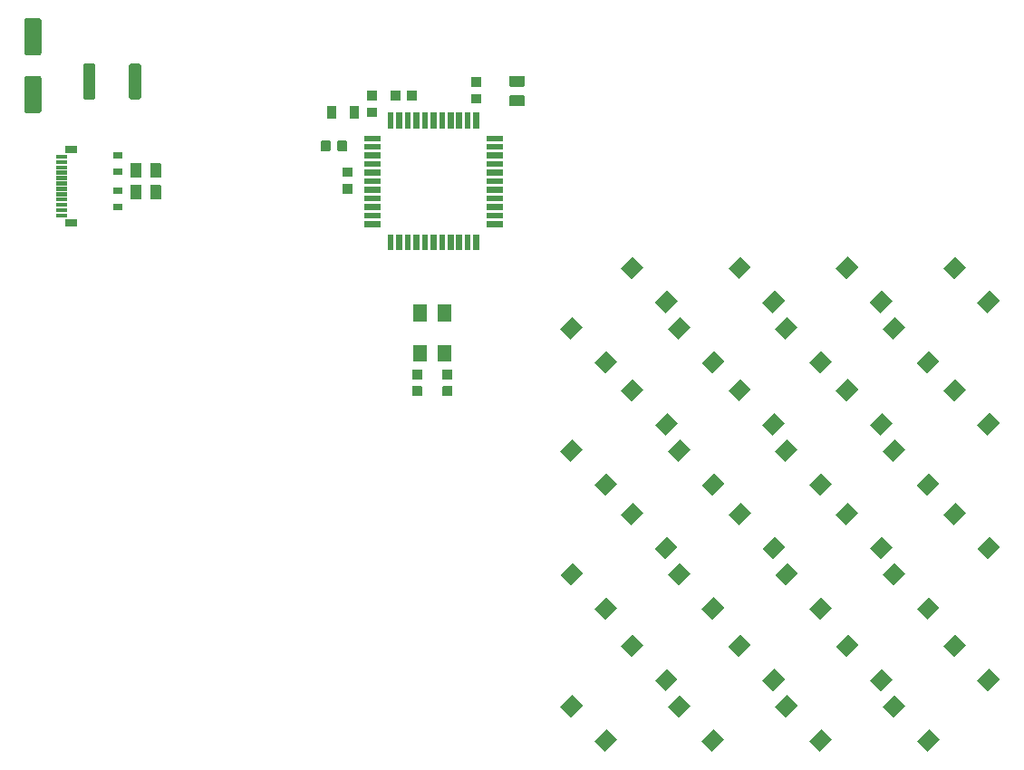
<source format=gbr>
%TF.GenerationSoftware,Flux,Pcbnew,7.0.11-7.0.11~ubuntu20.04.1*%
%TF.CreationDate,2024-08-18T16:19:11+00:00*%
%TF.ProjectId,input,696e7075-742e-46b6-9963-61645f706362,rev?*%
%TF.SameCoordinates,Original*%
%TF.FileFunction,Soldermask,Top*%
%TF.FilePolarity,Negative*%
%FSLAX46Y46*%
G04 Gerber Fmt 4.6, Leading zero omitted, Abs format (unit mm)*
G04 Filename: promicromacro*
G04 Build it with Flux! Visit our site at: https://www.flux.ai (PCBNEW 7.0.11-7.0.11~ubuntu20.04.1) date 2024-08-18 16:19:11*
%MOMM*%
%LPD*%
G01*
G04 APERTURE LIST*
G04 APERTURE END LIST*
%TO.C,*%
G36*
X22111631Y-10685009D02*
G01*
X20980261Y-11816380D01*
X19990311Y-10826430D01*
X21121682Y-9695059D01*
X22111631Y-10685009D01*
G37*
G36*
X18929645Y-7503034D02*
G01*
X17798274Y-8634405D01*
X16808325Y-7644456D01*
X17939696Y-6513085D01*
X18929645Y-7503034D01*
G37*
G36*
X27768475Y-5028144D02*
G01*
X26637104Y-6159515D01*
X25647155Y-5169566D01*
X26778526Y-4038195D01*
X27768475Y-5028144D01*
G37*
G36*
X24586489Y-1846170D02*
G01*
X23455118Y-2977541D01*
X22465169Y-1987591D01*
X23596539Y-856220D01*
X24586489Y-1846170D01*
G37*
G36*
X-10425840Y24486348D02*
G01*
X-10421204Y24485891D01*
X-10416607Y24485132D01*
X-10412069Y24484074D01*
X-10407611Y24482721D01*
X-10403250Y24481080D01*
X-10399006Y24479157D01*
X-10394897Y24476961D01*
X-10390941Y24474501D01*
X-10387153Y24471787D01*
X-10383552Y24468831D01*
X-10380151Y24465646D01*
X-10376966Y24462245D01*
X-10374010Y24458644D01*
X-10371297Y24454857D01*
X-10368836Y24450900D01*
X-10366640Y24446791D01*
X-10364717Y24442547D01*
X-10363076Y24438186D01*
X-10361723Y24433728D01*
X-10360665Y24429190D01*
X-10359906Y24424593D01*
X-10359450Y24419957D01*
X-10359297Y24415300D01*
X-10359297Y23657700D01*
X-10359450Y23653043D01*
X-10359906Y23648407D01*
X-10360665Y23643810D01*
X-10361723Y23639272D01*
X-10363076Y23634814D01*
X-10364717Y23630453D01*
X-10366640Y23626209D01*
X-10368836Y23622100D01*
X-10371297Y23618143D01*
X-10374010Y23614356D01*
X-10376966Y23610755D01*
X-10380151Y23607354D01*
X-10383552Y23604169D01*
X-10387153Y23601213D01*
X-10390941Y23598499D01*
X-10394897Y23596039D01*
X-10399006Y23593843D01*
X-10403250Y23591920D01*
X-10407611Y23590279D01*
X-10412069Y23588926D01*
X-10416607Y23587868D01*
X-10421204Y23587109D01*
X-10425840Y23586652D01*
X-10430497Y23586500D01*
X-11238097Y23586500D01*
X-11242754Y23586652D01*
X-11247391Y23587109D01*
X-11251988Y23587868D01*
X-11256525Y23588926D01*
X-11260984Y23590279D01*
X-11265344Y23591920D01*
X-11269588Y23593843D01*
X-11273697Y23596039D01*
X-11277654Y23598499D01*
X-11281441Y23601213D01*
X-11285043Y23604169D01*
X-11288443Y23607354D01*
X-11291628Y23610755D01*
X-11294584Y23614356D01*
X-11297298Y23618143D01*
X-11299758Y23622100D01*
X-11301954Y23626209D01*
X-11303877Y23630453D01*
X-11305519Y23634814D01*
X-11306871Y23639272D01*
X-11307929Y23643810D01*
X-11308688Y23648407D01*
X-11309145Y23653043D01*
X-11309297Y23657700D01*
X-11309297Y24415300D01*
X-11309145Y24419957D01*
X-11308688Y24424593D01*
X-11307929Y24429190D01*
X-11306871Y24433728D01*
X-11305519Y24438186D01*
X-11303877Y24442547D01*
X-11301954Y24446791D01*
X-11299758Y24450900D01*
X-11297298Y24454857D01*
X-11294584Y24458644D01*
X-11291628Y24462245D01*
X-11288443Y24465646D01*
X-11285043Y24468831D01*
X-11281441Y24471787D01*
X-11277654Y24474501D01*
X-11273697Y24476961D01*
X-11269588Y24479157D01*
X-11265344Y24481080D01*
X-11260984Y24482721D01*
X-11256525Y24484074D01*
X-11251988Y24485132D01*
X-11247391Y24485891D01*
X-11242754Y24486348D01*
X-11238097Y24486500D01*
X-10430497Y24486500D01*
X-10425840Y24486348D01*
G37*
G36*
X-10425846Y26036348D02*
G01*
X-10421209Y26035891D01*
X-10416612Y26035132D01*
X-10412075Y26034074D01*
X-10407616Y26032721D01*
X-10403256Y26031080D01*
X-10399012Y26029157D01*
X-10394903Y26026961D01*
X-10390946Y26024501D01*
X-10387159Y26021787D01*
X-10383557Y26018831D01*
X-10380157Y26015646D01*
X-10376972Y26012245D01*
X-10374016Y26008644D01*
X-10371302Y26004857D01*
X-10368842Y26000900D01*
X-10366646Y25996791D01*
X-10364723Y25992547D01*
X-10363081Y25988186D01*
X-10361729Y25983728D01*
X-10360671Y25979190D01*
X-10359912Y25974593D01*
X-10359455Y25969957D01*
X-10359303Y25965300D01*
X-10359303Y25207700D01*
X-10359455Y25203043D01*
X-10359912Y25198407D01*
X-10360671Y25193810D01*
X-10361729Y25189272D01*
X-10363081Y25184814D01*
X-10364723Y25180453D01*
X-10366646Y25176209D01*
X-10368842Y25172100D01*
X-10371302Y25168143D01*
X-10374016Y25164356D01*
X-10376972Y25160755D01*
X-10380157Y25157354D01*
X-10383557Y25154169D01*
X-10387159Y25151213D01*
X-10390946Y25148499D01*
X-10394903Y25146039D01*
X-10399012Y25143843D01*
X-10403256Y25141920D01*
X-10407616Y25140279D01*
X-10412075Y25138926D01*
X-10416612Y25137868D01*
X-10421209Y25137109D01*
X-10425846Y25136652D01*
X-10430503Y25136500D01*
X-11238103Y25136500D01*
X-11242760Y25136652D01*
X-11247396Y25137109D01*
X-11251993Y25137868D01*
X-11256531Y25138926D01*
X-11260989Y25140279D01*
X-11265350Y25141920D01*
X-11269594Y25143843D01*
X-11273703Y25146039D01*
X-11277659Y25148499D01*
X-11281447Y25151213D01*
X-11285048Y25154169D01*
X-11288449Y25157354D01*
X-11291634Y25160755D01*
X-11294590Y25164356D01*
X-11297303Y25168143D01*
X-11299764Y25172100D01*
X-11301960Y25176209D01*
X-11303883Y25180453D01*
X-11305524Y25184814D01*
X-11306877Y25189272D01*
X-11307935Y25193810D01*
X-11308694Y25198407D01*
X-11309150Y25203043D01*
X-11309303Y25207700D01*
X-11309303Y25965300D01*
X-11309150Y25969957D01*
X-11308694Y25974593D01*
X-11307935Y25979190D01*
X-11306877Y25983728D01*
X-11305524Y25988186D01*
X-11303883Y25992547D01*
X-11301960Y25996791D01*
X-11299764Y26000900D01*
X-11297303Y26004857D01*
X-11294590Y26008644D01*
X-11291634Y26012245D01*
X-11288449Y26015646D01*
X-11285048Y26018831D01*
X-11281447Y26021787D01*
X-11277659Y26024501D01*
X-11273703Y26026961D01*
X-11269594Y26029157D01*
X-11265350Y26031080D01*
X-11260989Y26032721D01*
X-11256531Y26034074D01*
X-11251993Y26035132D01*
X-11247396Y26035891D01*
X-11242760Y26036348D01*
X-11238103Y26036500D01*
X-10430503Y26036500D01*
X-10425846Y26036348D01*
G37*
G36*
X-676740Y25749648D02*
G01*
X-672104Y25749191D01*
X-667507Y25748432D01*
X-662969Y25747374D01*
X-658511Y25746021D01*
X-654150Y25744380D01*
X-649906Y25742457D01*
X-645797Y25740261D01*
X-641841Y25737801D01*
X-638053Y25735087D01*
X-634452Y25732131D01*
X-631051Y25728946D01*
X-627866Y25725545D01*
X-624910Y25721944D01*
X-622197Y25718157D01*
X-619736Y25714200D01*
X-617540Y25710091D01*
X-615617Y25705847D01*
X-613976Y25701486D01*
X-612623Y25697028D01*
X-611565Y25692490D01*
X-610806Y25687893D01*
X-610350Y25683257D01*
X-610197Y25678600D01*
X-610197Y24921000D01*
X-610350Y24916343D01*
X-610806Y24911707D01*
X-611565Y24907110D01*
X-612623Y24902572D01*
X-613976Y24898114D01*
X-615617Y24893753D01*
X-617540Y24889509D01*
X-619736Y24885400D01*
X-622197Y24881443D01*
X-624910Y24877656D01*
X-627866Y24874055D01*
X-631051Y24870654D01*
X-634452Y24867469D01*
X-638053Y24864513D01*
X-641841Y24861799D01*
X-645797Y24859339D01*
X-649906Y24857143D01*
X-654150Y24855220D01*
X-658511Y24853579D01*
X-662969Y24852226D01*
X-667507Y24851168D01*
X-672104Y24850409D01*
X-676740Y24849952D01*
X-681397Y24849800D01*
X-1488997Y24849800D01*
X-1493654Y24849952D01*
X-1498291Y24850409D01*
X-1502888Y24851168D01*
X-1507425Y24852226D01*
X-1511884Y24853579D01*
X-1516244Y24855220D01*
X-1520488Y24857143D01*
X-1524597Y24859339D01*
X-1528554Y24861799D01*
X-1532341Y24864513D01*
X-1535943Y24867469D01*
X-1539343Y24870654D01*
X-1542528Y24874055D01*
X-1545484Y24877656D01*
X-1548198Y24881443D01*
X-1550658Y24885400D01*
X-1552854Y24889509D01*
X-1554777Y24893753D01*
X-1556419Y24898114D01*
X-1557771Y24902572D01*
X-1558829Y24907110D01*
X-1559588Y24911707D01*
X-1560045Y24916343D01*
X-1560197Y24921000D01*
X-1560197Y25678600D01*
X-1560045Y25683257D01*
X-1559588Y25687893D01*
X-1558829Y25692490D01*
X-1557771Y25697028D01*
X-1556419Y25701486D01*
X-1554777Y25705847D01*
X-1552854Y25710091D01*
X-1550658Y25714200D01*
X-1548198Y25718157D01*
X-1545484Y25721944D01*
X-1542528Y25725545D01*
X-1539343Y25728946D01*
X-1535943Y25732131D01*
X-1532341Y25735087D01*
X-1528554Y25737801D01*
X-1524597Y25740261D01*
X-1520488Y25742457D01*
X-1516244Y25744380D01*
X-1511884Y25746021D01*
X-1507425Y25747374D01*
X-1502888Y25748432D01*
X-1498291Y25749191D01*
X-1493654Y25749648D01*
X-1488997Y25749800D01*
X-681397Y25749800D01*
X-676740Y25749648D01*
G37*
G36*
X-676746Y27299648D02*
G01*
X-672109Y27299191D01*
X-667512Y27298432D01*
X-662975Y27297374D01*
X-658516Y27296021D01*
X-654156Y27294380D01*
X-649912Y27292457D01*
X-645803Y27290261D01*
X-641846Y27287801D01*
X-638059Y27285087D01*
X-634457Y27282131D01*
X-631057Y27278946D01*
X-627872Y27275545D01*
X-624916Y27271944D01*
X-622202Y27268157D01*
X-619742Y27264200D01*
X-617546Y27260091D01*
X-615623Y27255847D01*
X-613981Y27251486D01*
X-612629Y27247028D01*
X-611571Y27242490D01*
X-610812Y27237893D01*
X-610355Y27233257D01*
X-610203Y27228600D01*
X-610203Y26471000D01*
X-610355Y26466343D01*
X-610812Y26461707D01*
X-611571Y26457110D01*
X-612629Y26452572D01*
X-613981Y26448114D01*
X-615623Y26443753D01*
X-617546Y26439509D01*
X-619742Y26435400D01*
X-622202Y26431443D01*
X-624916Y26427656D01*
X-627872Y26424055D01*
X-631057Y26420654D01*
X-634457Y26417469D01*
X-638059Y26414513D01*
X-641846Y26411799D01*
X-645803Y26409339D01*
X-649912Y26407143D01*
X-654156Y26405220D01*
X-658516Y26403579D01*
X-662975Y26402226D01*
X-667512Y26401168D01*
X-672109Y26400409D01*
X-676746Y26399952D01*
X-681403Y26399800D01*
X-1489003Y26399800D01*
X-1493660Y26399952D01*
X-1498296Y26400409D01*
X-1502893Y26401168D01*
X-1507431Y26402226D01*
X-1511889Y26403579D01*
X-1516250Y26405220D01*
X-1520494Y26407143D01*
X-1524603Y26409339D01*
X-1528559Y26411799D01*
X-1532347Y26414513D01*
X-1535948Y26417469D01*
X-1539349Y26420654D01*
X-1542534Y26424055D01*
X-1545490Y26427656D01*
X-1548203Y26431443D01*
X-1550664Y26435400D01*
X-1552860Y26439509D01*
X-1554783Y26443753D01*
X-1556424Y26448114D01*
X-1557777Y26452572D01*
X-1558835Y26457110D01*
X-1559594Y26461707D01*
X-1560050Y26466343D01*
X-1560203Y26471000D01*
X-1560203Y27228600D01*
X-1560050Y27233257D01*
X-1559594Y27237893D01*
X-1558835Y27242490D01*
X-1557777Y27247028D01*
X-1556424Y27251486D01*
X-1554783Y27255847D01*
X-1552860Y27260091D01*
X-1550664Y27264200D01*
X-1548203Y27268157D01*
X-1545490Y27271944D01*
X-1542534Y27275545D01*
X-1539349Y27278946D01*
X-1535948Y27282131D01*
X-1532347Y27285087D01*
X-1528559Y27287801D01*
X-1524603Y27290261D01*
X-1520494Y27292457D01*
X-1516250Y27294380D01*
X-1511889Y27296021D01*
X-1507431Y27297374D01*
X-1502893Y27298432D01*
X-1498296Y27299191D01*
X-1493660Y27299648D01*
X-1489003Y27299800D01*
X-681403Y27299800D01*
X-676746Y27299648D01*
G37*
G36*
X-5680493Y715496D02*
G01*
X-6980493Y715496D01*
X-6980493Y2315496D01*
X-5680493Y2315496D01*
X-5680493Y715496D01*
G37*
G36*
X-3380493Y715504D02*
G01*
X-4680493Y715504D01*
X-4680493Y2315504D01*
X-3380493Y2315504D01*
X-3380493Y715504D01*
G37*
G36*
X-5680507Y4515496D02*
G01*
X-6980507Y4515496D01*
X-6980507Y6115496D01*
X-5680507Y6115496D01*
X-5680507Y4515496D01*
G37*
G36*
X-3380507Y4515504D02*
G01*
X-4680507Y4515504D01*
X-4680507Y6115504D01*
X-3380507Y6115504D01*
X-3380507Y4515504D01*
G37*
G36*
X12071031Y750891D02*
G01*
X10939661Y-380480D01*
X9949711Y609470D01*
X11081082Y1740841D01*
X12071031Y750891D01*
G37*
G36*
X8889045Y3932866D02*
G01*
X7757674Y2801495D01*
X6767725Y3791444D01*
X7899096Y4922815D01*
X8889045Y3932866D01*
G37*
G36*
X17727875Y6407756D02*
G01*
X16596504Y5276385D01*
X15606555Y6266334D01*
X16737926Y7397705D01*
X17727875Y6407756D01*
G37*
G36*
X14545889Y9589730D02*
G01*
X13414518Y8458359D01*
X12424569Y9448309D01*
X13555939Y10579680D01*
X14545889Y9589730D01*
G37*
G36*
X-6209940Y-1573752D02*
G01*
X-6205304Y-1574209D01*
X-6200707Y-1574968D01*
X-6196169Y-1576026D01*
X-6191711Y-1577379D01*
X-6187350Y-1579020D01*
X-6183106Y-1580943D01*
X-6178997Y-1583139D01*
X-6175041Y-1585599D01*
X-6171253Y-1588313D01*
X-6167652Y-1591269D01*
X-6164251Y-1594454D01*
X-6161066Y-1597855D01*
X-6158110Y-1601456D01*
X-6155397Y-1605243D01*
X-6152936Y-1609200D01*
X-6150740Y-1613309D01*
X-6148817Y-1617553D01*
X-6147176Y-1621914D01*
X-6145823Y-1626372D01*
X-6144765Y-1630910D01*
X-6144006Y-1635507D01*
X-6143550Y-1640143D01*
X-6143397Y-1644800D01*
X-6143397Y-2402400D01*
X-6143550Y-2407057D01*
X-6144006Y-2411693D01*
X-6144765Y-2416290D01*
X-6145823Y-2420828D01*
X-6147176Y-2425286D01*
X-6148817Y-2429647D01*
X-6150740Y-2433891D01*
X-6152936Y-2438000D01*
X-6155397Y-2441957D01*
X-6158110Y-2445744D01*
X-6161066Y-2449345D01*
X-6164251Y-2452746D01*
X-6167652Y-2455931D01*
X-6171253Y-2458887D01*
X-6175041Y-2461601D01*
X-6178997Y-2464061D01*
X-6183106Y-2466257D01*
X-6187350Y-2468180D01*
X-6191711Y-2469821D01*
X-6196169Y-2471174D01*
X-6200707Y-2472232D01*
X-6205304Y-2472991D01*
X-6209940Y-2473448D01*
X-6214597Y-2473600D01*
X-7022197Y-2473600D01*
X-7026854Y-2473448D01*
X-7031491Y-2472991D01*
X-7036088Y-2472232D01*
X-7040625Y-2471174D01*
X-7045084Y-2469821D01*
X-7049444Y-2468180D01*
X-7053688Y-2466257D01*
X-7057797Y-2464061D01*
X-7061754Y-2461601D01*
X-7065541Y-2458887D01*
X-7069143Y-2455931D01*
X-7072543Y-2452746D01*
X-7075728Y-2449345D01*
X-7078684Y-2445744D01*
X-7081398Y-2441957D01*
X-7083858Y-2438000D01*
X-7086054Y-2433891D01*
X-7087977Y-2429647D01*
X-7089619Y-2425286D01*
X-7090971Y-2420828D01*
X-7092029Y-2416290D01*
X-7092788Y-2411693D01*
X-7093245Y-2407057D01*
X-7093397Y-2402400D01*
X-7093397Y-1644800D01*
X-7093245Y-1640143D01*
X-7092788Y-1635507D01*
X-7092029Y-1630910D01*
X-7090971Y-1626372D01*
X-7089619Y-1621914D01*
X-7087977Y-1617553D01*
X-7086054Y-1613309D01*
X-7083858Y-1609200D01*
X-7081398Y-1605243D01*
X-7078684Y-1601456D01*
X-7075728Y-1597855D01*
X-7072543Y-1594454D01*
X-7069143Y-1591269D01*
X-7065541Y-1588313D01*
X-7061754Y-1585599D01*
X-7057797Y-1583139D01*
X-7053688Y-1580943D01*
X-7049444Y-1579020D01*
X-7045084Y-1577379D01*
X-7040625Y-1576026D01*
X-7036088Y-1574968D01*
X-7031491Y-1574209D01*
X-7026854Y-1573752D01*
X-7022197Y-1573600D01*
X-6214597Y-1573600D01*
X-6209940Y-1573752D01*
G37*
G36*
X-6209946Y-23752D02*
G01*
X-6205309Y-24209D01*
X-6200712Y-24968D01*
X-6196175Y-26026D01*
X-6191716Y-27379D01*
X-6187356Y-29020D01*
X-6183112Y-30943D01*
X-6179003Y-33139D01*
X-6175046Y-35599D01*
X-6171259Y-38313D01*
X-6167657Y-41269D01*
X-6164257Y-44454D01*
X-6161072Y-47855D01*
X-6158116Y-51456D01*
X-6155402Y-55243D01*
X-6152942Y-59200D01*
X-6150746Y-63309D01*
X-6148823Y-67553D01*
X-6147181Y-71914D01*
X-6145829Y-76372D01*
X-6144771Y-80910D01*
X-6144012Y-85507D01*
X-6143555Y-90143D01*
X-6143403Y-94800D01*
X-6143403Y-852400D01*
X-6143555Y-857057D01*
X-6144012Y-861693D01*
X-6144771Y-866290D01*
X-6145829Y-870828D01*
X-6147181Y-875286D01*
X-6148823Y-879647D01*
X-6150746Y-883891D01*
X-6152942Y-888000D01*
X-6155402Y-891957D01*
X-6158116Y-895744D01*
X-6161072Y-899345D01*
X-6164257Y-902746D01*
X-6167657Y-905931D01*
X-6171259Y-908887D01*
X-6175046Y-911601D01*
X-6179003Y-914061D01*
X-6183112Y-916257D01*
X-6187356Y-918180D01*
X-6191716Y-919821D01*
X-6196175Y-921174D01*
X-6200712Y-922232D01*
X-6205309Y-922991D01*
X-6209946Y-923448D01*
X-6214603Y-923600D01*
X-7022203Y-923600D01*
X-7026860Y-923448D01*
X-7031496Y-922991D01*
X-7036093Y-922232D01*
X-7040631Y-921174D01*
X-7045089Y-919821D01*
X-7049450Y-918180D01*
X-7053694Y-916257D01*
X-7057803Y-914061D01*
X-7061759Y-911601D01*
X-7065547Y-908887D01*
X-7069148Y-905931D01*
X-7072549Y-902746D01*
X-7075734Y-899345D01*
X-7078690Y-895744D01*
X-7081403Y-891957D01*
X-7083864Y-888000D01*
X-7086060Y-883891D01*
X-7087983Y-879647D01*
X-7089624Y-875286D01*
X-7090977Y-870828D01*
X-7092035Y-866290D01*
X-7092794Y-861693D01*
X-7093250Y-857057D01*
X-7093403Y-852400D01*
X-7093403Y-94800D01*
X-7093250Y-90143D01*
X-7092794Y-85507D01*
X-7092035Y-80910D01*
X-7090977Y-76372D01*
X-7089624Y-71914D01*
X-7087983Y-67553D01*
X-7086060Y-63309D01*
X-7083864Y-59200D01*
X-7081403Y-55243D01*
X-7078690Y-51456D01*
X-7075734Y-47855D01*
X-7072549Y-44454D01*
X-7069148Y-41269D01*
X-7065547Y-38313D01*
X-7061759Y-35599D01*
X-7057803Y-33139D01*
X-7053694Y-30943D01*
X-7049450Y-29020D01*
X-7045089Y-27379D01*
X-7040631Y-26026D01*
X-7036093Y-24968D01*
X-7031496Y-24209D01*
X-7026860Y-23752D01*
X-7022203Y-23600D01*
X-6214603Y-23600D01*
X-6209946Y-23752D01*
G37*
G36*
X-34131697Y14901000D02*
G01*
X-35031697Y14901000D01*
X-35031697Y15501000D01*
X-34131697Y15501000D01*
X-34131697Y14901000D01*
G37*
G36*
X-34131703Y16401000D02*
G01*
X-35031703Y16401000D01*
X-35031703Y17001000D01*
X-34131703Y17001000D01*
X-34131703Y16401000D01*
G37*
G36*
X-3368040Y-1566352D02*
G01*
X-3363404Y-1566809D01*
X-3358807Y-1567568D01*
X-3354269Y-1568626D01*
X-3349811Y-1569979D01*
X-3345450Y-1571620D01*
X-3341206Y-1573543D01*
X-3337097Y-1575739D01*
X-3333141Y-1578199D01*
X-3329353Y-1580913D01*
X-3325752Y-1583869D01*
X-3322351Y-1587054D01*
X-3319166Y-1590455D01*
X-3316210Y-1594056D01*
X-3313497Y-1597843D01*
X-3311036Y-1601800D01*
X-3308840Y-1605909D01*
X-3306917Y-1610153D01*
X-3305276Y-1614514D01*
X-3303923Y-1618972D01*
X-3302865Y-1623510D01*
X-3302106Y-1628107D01*
X-3301650Y-1632743D01*
X-3301497Y-1637400D01*
X-3301497Y-2395000D01*
X-3301650Y-2399657D01*
X-3302106Y-2404293D01*
X-3302865Y-2408890D01*
X-3303923Y-2413428D01*
X-3305276Y-2417886D01*
X-3306917Y-2422247D01*
X-3308840Y-2426491D01*
X-3311036Y-2430600D01*
X-3313497Y-2434557D01*
X-3316210Y-2438344D01*
X-3319166Y-2441945D01*
X-3322351Y-2445346D01*
X-3325752Y-2448531D01*
X-3329353Y-2451487D01*
X-3333141Y-2454201D01*
X-3337097Y-2456661D01*
X-3341206Y-2458857D01*
X-3345450Y-2460780D01*
X-3349811Y-2462421D01*
X-3354269Y-2463774D01*
X-3358807Y-2464832D01*
X-3363404Y-2465591D01*
X-3368040Y-2466048D01*
X-3372697Y-2466200D01*
X-4180297Y-2466200D01*
X-4184954Y-2466048D01*
X-4189591Y-2465591D01*
X-4194188Y-2464832D01*
X-4198725Y-2463774D01*
X-4203184Y-2462421D01*
X-4207544Y-2460780D01*
X-4211788Y-2458857D01*
X-4215897Y-2456661D01*
X-4219854Y-2454201D01*
X-4223641Y-2451487D01*
X-4227243Y-2448531D01*
X-4230643Y-2445346D01*
X-4233828Y-2441945D01*
X-4236784Y-2438344D01*
X-4239498Y-2434557D01*
X-4241958Y-2430600D01*
X-4244154Y-2426491D01*
X-4246077Y-2422247D01*
X-4247719Y-2417886D01*
X-4249071Y-2413428D01*
X-4250129Y-2408890D01*
X-4250888Y-2404293D01*
X-4251345Y-2399657D01*
X-4251497Y-2395000D01*
X-4251497Y-1637400D01*
X-4251345Y-1632743D01*
X-4250888Y-1628107D01*
X-4250129Y-1623510D01*
X-4249071Y-1618972D01*
X-4247719Y-1614514D01*
X-4246077Y-1610153D01*
X-4244154Y-1605909D01*
X-4241958Y-1601800D01*
X-4239498Y-1597843D01*
X-4236784Y-1594056D01*
X-4233828Y-1590455D01*
X-4230643Y-1587054D01*
X-4227243Y-1583869D01*
X-4223641Y-1580913D01*
X-4219854Y-1578199D01*
X-4215897Y-1575739D01*
X-4211788Y-1573543D01*
X-4207544Y-1571620D01*
X-4203184Y-1569979D01*
X-4198725Y-1568626D01*
X-4194188Y-1567568D01*
X-4189591Y-1566809D01*
X-4184954Y-1566352D01*
X-4180297Y-1566200D01*
X-3372697Y-1566200D01*
X-3368040Y-1566352D01*
G37*
G36*
X-3368046Y-16352D02*
G01*
X-3363409Y-16809D01*
X-3358812Y-17568D01*
X-3354275Y-18626D01*
X-3349816Y-19979D01*
X-3345456Y-21620D01*
X-3341212Y-23543D01*
X-3337103Y-25739D01*
X-3333146Y-28199D01*
X-3329359Y-30913D01*
X-3325757Y-33869D01*
X-3322357Y-37054D01*
X-3319172Y-40455D01*
X-3316216Y-44056D01*
X-3313502Y-47843D01*
X-3311042Y-51800D01*
X-3308846Y-55909D01*
X-3306923Y-60153D01*
X-3305281Y-64514D01*
X-3303929Y-68972D01*
X-3302871Y-73510D01*
X-3302112Y-78107D01*
X-3301655Y-82743D01*
X-3301503Y-87400D01*
X-3301503Y-845000D01*
X-3301655Y-849657D01*
X-3302112Y-854293D01*
X-3302871Y-858890D01*
X-3303929Y-863428D01*
X-3305281Y-867886D01*
X-3306923Y-872247D01*
X-3308846Y-876491D01*
X-3311042Y-880600D01*
X-3313502Y-884557D01*
X-3316216Y-888344D01*
X-3319172Y-891945D01*
X-3322357Y-895346D01*
X-3325757Y-898531D01*
X-3329359Y-901487D01*
X-3333146Y-904201D01*
X-3337103Y-906661D01*
X-3341212Y-908857D01*
X-3345456Y-910780D01*
X-3349816Y-912421D01*
X-3354275Y-913774D01*
X-3358812Y-914832D01*
X-3363409Y-915591D01*
X-3368046Y-916048D01*
X-3372703Y-916200D01*
X-4180303Y-916200D01*
X-4184960Y-916048D01*
X-4189596Y-915591D01*
X-4194193Y-914832D01*
X-4198731Y-913774D01*
X-4203189Y-912421D01*
X-4207550Y-910780D01*
X-4211794Y-908857D01*
X-4215903Y-906661D01*
X-4219859Y-904201D01*
X-4223647Y-901487D01*
X-4227248Y-898531D01*
X-4230649Y-895346D01*
X-4233834Y-891945D01*
X-4236790Y-888344D01*
X-4239503Y-884557D01*
X-4241964Y-880600D01*
X-4244160Y-876491D01*
X-4246083Y-872247D01*
X-4247724Y-867886D01*
X-4249077Y-863428D01*
X-4250135Y-858890D01*
X-4250894Y-854293D01*
X-4251350Y-849657D01*
X-4251503Y-845000D01*
X-4251503Y-87400D01*
X-4251350Y-82743D01*
X-4250894Y-78107D01*
X-4250135Y-73510D01*
X-4249077Y-68972D01*
X-4247724Y-64514D01*
X-4246083Y-60153D01*
X-4244160Y-55909D01*
X-4241964Y-51800D01*
X-4239503Y-47843D01*
X-4236790Y-44056D01*
X-4233834Y-40455D01*
X-4230649Y-37054D01*
X-4227248Y-33869D01*
X-4223647Y-30913D01*
X-4219859Y-28199D01*
X-4215903Y-25739D01*
X-4211794Y-23543D01*
X-4207550Y-21620D01*
X-4203189Y-19979D01*
X-4198731Y-18626D01*
X-4194193Y-17568D01*
X-4189596Y-16809D01*
X-4184960Y-16352D01*
X-4180303Y-16200D01*
X-3372703Y-16200D01*
X-3368046Y-16352D01*
G37*
G36*
X-13222143Y21369545D02*
G01*
X-13217507Y21369089D01*
X-13212910Y21368330D01*
X-13208372Y21367272D01*
X-13203914Y21365919D01*
X-13199553Y21364278D01*
X-13195309Y21362355D01*
X-13191200Y21360159D01*
X-13187243Y21357699D01*
X-13183456Y21354985D01*
X-13179855Y21352029D01*
X-13176454Y21348844D01*
X-13173269Y21345443D01*
X-13170313Y21341842D01*
X-13167599Y21338055D01*
X-13165139Y21334098D01*
X-13162943Y21329989D01*
X-13161020Y21325745D01*
X-13159379Y21321384D01*
X-13158026Y21316926D01*
X-13156968Y21312388D01*
X-13156209Y21307791D01*
X-13155752Y21303155D01*
X-13155600Y21298498D01*
X-13155600Y20490898D01*
X-13155752Y20486241D01*
X-13156209Y20481604D01*
X-13156968Y20477008D01*
X-13158026Y20472470D01*
X-13159379Y20468011D01*
X-13161020Y20463651D01*
X-13162943Y20459407D01*
X-13165139Y20455298D01*
X-13167599Y20451341D01*
X-13170313Y20447554D01*
X-13173269Y20443953D01*
X-13176454Y20440552D01*
X-13179855Y20437367D01*
X-13183456Y20434411D01*
X-13187243Y20431697D01*
X-13191200Y20429237D01*
X-13195309Y20427041D01*
X-13199553Y20425118D01*
X-13203914Y20423477D01*
X-13208372Y20422124D01*
X-13212910Y20421066D01*
X-13217507Y20420307D01*
X-13222143Y20419850D01*
X-13226800Y20419698D01*
X-13984400Y20419698D01*
X-13989057Y20419850D01*
X-13993693Y20420307D01*
X-13998290Y20421066D01*
X-14002828Y20422124D01*
X-14007286Y20423477D01*
X-14011647Y20425118D01*
X-14015891Y20427041D01*
X-14020000Y20429237D01*
X-14023957Y20431697D01*
X-14027744Y20434411D01*
X-14031345Y20437367D01*
X-14034746Y20440552D01*
X-14037931Y20443953D01*
X-14040887Y20447554D01*
X-14043601Y20451341D01*
X-14046061Y20455298D01*
X-14048257Y20459407D01*
X-14050180Y20463651D01*
X-14051821Y20468011D01*
X-14053174Y20472470D01*
X-14054232Y20477008D01*
X-14054991Y20481604D01*
X-14055448Y20486241D01*
X-14055600Y20490898D01*
X-14055600Y21298498D01*
X-14055448Y21303155D01*
X-14054991Y21307791D01*
X-14054232Y21312388D01*
X-14053174Y21316926D01*
X-14051821Y21321384D01*
X-14050180Y21325745D01*
X-14048257Y21329989D01*
X-14046061Y21334098D01*
X-14043601Y21338055D01*
X-14040887Y21341842D01*
X-14037931Y21345443D01*
X-14034746Y21348844D01*
X-14031345Y21352029D01*
X-14027744Y21354985D01*
X-14023957Y21357699D01*
X-14020000Y21360159D01*
X-14015891Y21362355D01*
X-14011647Y21364278D01*
X-14007286Y21365919D01*
X-14002828Y21367272D01*
X-13998290Y21368330D01*
X-13993693Y21369089D01*
X-13989057Y21369545D01*
X-13984400Y21369698D01*
X-13226800Y21369698D01*
X-13222143Y21369545D01*
G37*
G36*
X-14772143Y21369550D02*
G01*
X-14767507Y21369093D01*
X-14762910Y21368334D01*
X-14758372Y21367276D01*
X-14753914Y21365923D01*
X-14749553Y21364282D01*
X-14745309Y21362359D01*
X-14741200Y21360163D01*
X-14737243Y21357703D01*
X-14733456Y21354989D01*
X-14729855Y21352033D01*
X-14726454Y21348848D01*
X-14723269Y21345447D01*
X-14720313Y21341846D01*
X-14717599Y21338059D01*
X-14715139Y21334102D01*
X-14712943Y21329993D01*
X-14711020Y21325749D01*
X-14709379Y21321389D01*
X-14708026Y21316930D01*
X-14706968Y21312392D01*
X-14706209Y21307796D01*
X-14705752Y21303159D01*
X-14705600Y21298502D01*
X-14705600Y20490902D01*
X-14705752Y20486245D01*
X-14706209Y20481609D01*
X-14706968Y20477012D01*
X-14708026Y20472474D01*
X-14709379Y20468016D01*
X-14711020Y20463655D01*
X-14712943Y20459411D01*
X-14715139Y20455302D01*
X-14717599Y20451345D01*
X-14720313Y20447558D01*
X-14723269Y20443957D01*
X-14726454Y20440556D01*
X-14729855Y20437371D01*
X-14733456Y20434415D01*
X-14737243Y20431701D01*
X-14741200Y20429241D01*
X-14745309Y20427045D01*
X-14749553Y20425122D01*
X-14753914Y20423481D01*
X-14758372Y20422128D01*
X-14762910Y20421070D01*
X-14767507Y20420311D01*
X-14772143Y20419855D01*
X-14776800Y20419702D01*
X-15534400Y20419702D01*
X-15539057Y20419855D01*
X-15543693Y20420311D01*
X-15548290Y20421070D01*
X-15552828Y20422128D01*
X-15557286Y20423481D01*
X-15561647Y20425122D01*
X-15565891Y20427045D01*
X-15570000Y20429241D01*
X-15573957Y20431701D01*
X-15577744Y20434415D01*
X-15581345Y20437371D01*
X-15584746Y20440556D01*
X-15587931Y20443957D01*
X-15590887Y20447558D01*
X-15593601Y20451345D01*
X-15596061Y20455302D01*
X-15598257Y20459411D01*
X-15600180Y20463655D01*
X-15601821Y20468016D01*
X-15603174Y20472474D01*
X-15604232Y20477012D01*
X-15604991Y20481609D01*
X-15605448Y20486245D01*
X-15605600Y20490902D01*
X-15605600Y21298502D01*
X-15605448Y21303159D01*
X-15604991Y21307796D01*
X-15604232Y21312392D01*
X-15603174Y21316930D01*
X-15601821Y21321389D01*
X-15600180Y21325749D01*
X-15598257Y21329993D01*
X-15596061Y21334102D01*
X-15593601Y21338059D01*
X-15590887Y21341846D01*
X-15587931Y21345447D01*
X-15584746Y21348848D01*
X-15581345Y21352033D01*
X-15577744Y21354989D01*
X-15573957Y21357703D01*
X-15570000Y21360163D01*
X-15565891Y21362359D01*
X-15561647Y21364282D01*
X-15557286Y21365923D01*
X-15552828Y21367276D01*
X-15548290Y21368334D01*
X-15543693Y21369093D01*
X-15539057Y21369550D01*
X-15534400Y21369702D01*
X-14776800Y21369702D01*
X-14772143Y21369550D01*
G37*
G36*
X32152131Y-10685009D02*
G01*
X31020761Y-11816380D01*
X30030811Y-10826430D01*
X31162182Y-9695059D01*
X32152131Y-10685009D01*
G37*
G36*
X28970145Y-7503034D02*
G01*
X27838774Y-8634405D01*
X26848825Y-7644456D01*
X27980196Y-6513085D01*
X28970145Y-7503034D01*
G37*
G36*
X37808975Y-5028144D02*
G01*
X36677604Y-6159515D01*
X35687655Y-5169566D01*
X36819026Y-4038195D01*
X37808975Y-5028144D01*
G37*
G36*
X34626989Y-1846170D02*
G01*
X33495618Y-2977541D01*
X32505669Y-1987591D01*
X33637039Y-856220D01*
X34626989Y-1846170D01*
G37*
G36*
X-12683844Y18887248D02*
G01*
X-12679207Y18886791D01*
X-12674610Y18886032D01*
X-12670073Y18884974D01*
X-12665614Y18883621D01*
X-12661254Y18881980D01*
X-12657010Y18880057D01*
X-12652901Y18877861D01*
X-12648944Y18875401D01*
X-12645157Y18872687D01*
X-12641555Y18869731D01*
X-12638155Y18866546D01*
X-12634970Y18863145D01*
X-12632014Y18859544D01*
X-12629300Y18855757D01*
X-12626840Y18851800D01*
X-12624643Y18847691D01*
X-12622721Y18843447D01*
X-12621079Y18839086D01*
X-12619727Y18834628D01*
X-12618669Y18830090D01*
X-12617910Y18825493D01*
X-12617453Y18820857D01*
X-12617301Y18816200D01*
X-12617301Y18058600D01*
X-12617453Y18053943D01*
X-12617910Y18049307D01*
X-12618669Y18044710D01*
X-12619727Y18040172D01*
X-12621079Y18035714D01*
X-12622721Y18031353D01*
X-12624643Y18027109D01*
X-12626840Y18023000D01*
X-12629300Y18019043D01*
X-12632014Y18015256D01*
X-12634970Y18011655D01*
X-12638155Y18008254D01*
X-12641555Y18005069D01*
X-12645157Y18002113D01*
X-12648944Y17999399D01*
X-12652901Y17996939D01*
X-12657010Y17994743D01*
X-12661254Y17992820D01*
X-12665614Y17991179D01*
X-12670073Y17989826D01*
X-12674610Y17988768D01*
X-12679207Y17988009D01*
X-12683844Y17987552D01*
X-12688501Y17987400D01*
X-13496101Y17987400D01*
X-13500757Y17987552D01*
X-13505394Y17988009D01*
X-13509991Y17988768D01*
X-13514529Y17989826D01*
X-13518987Y17991179D01*
X-13523348Y17992820D01*
X-13527592Y17994743D01*
X-13531701Y17996939D01*
X-13535657Y17999399D01*
X-13539445Y18002113D01*
X-13543046Y18005069D01*
X-13546447Y18008254D01*
X-13549632Y18011655D01*
X-13552588Y18015256D01*
X-13555301Y18019043D01*
X-13557762Y18023000D01*
X-13559958Y18027109D01*
X-13561881Y18031353D01*
X-13563522Y18035714D01*
X-13564875Y18040172D01*
X-13565933Y18044710D01*
X-13566692Y18049307D01*
X-13567148Y18053943D01*
X-13567301Y18058600D01*
X-13567301Y18816200D01*
X-13567148Y18820857D01*
X-13566692Y18825493D01*
X-13565933Y18830090D01*
X-13564875Y18834628D01*
X-13563522Y18839086D01*
X-13561881Y18843447D01*
X-13559958Y18847691D01*
X-13557762Y18851800D01*
X-13555301Y18855757D01*
X-13552588Y18859544D01*
X-13549632Y18863145D01*
X-13546447Y18866546D01*
X-13543046Y18869731D01*
X-13539445Y18872687D01*
X-13535657Y18875401D01*
X-13531701Y18877861D01*
X-13527592Y18880057D01*
X-13523348Y18881980D01*
X-13518987Y18883621D01*
X-13514529Y18884974D01*
X-13509991Y18886032D01*
X-13505394Y18886791D01*
X-13500757Y18887248D01*
X-13496101Y18887400D01*
X-12688501Y18887400D01*
X-12683844Y18887248D01*
G37*
G36*
X-12683843Y17337248D02*
G01*
X-12679206Y17336791D01*
X-12674609Y17336032D01*
X-12670071Y17334974D01*
X-12665613Y17333621D01*
X-12661252Y17331980D01*
X-12657008Y17330057D01*
X-12652899Y17327861D01*
X-12648943Y17325401D01*
X-12645155Y17322687D01*
X-12641554Y17319731D01*
X-12638153Y17316546D01*
X-12634968Y17313145D01*
X-12632012Y17309544D01*
X-12629299Y17305757D01*
X-12626838Y17301800D01*
X-12624642Y17297691D01*
X-12622719Y17293447D01*
X-12621078Y17289086D01*
X-12619725Y17284628D01*
X-12618667Y17280090D01*
X-12617908Y17275493D01*
X-12617452Y17270857D01*
X-12617299Y17266200D01*
X-12617299Y16508600D01*
X-12617452Y16503943D01*
X-12617908Y16499307D01*
X-12618667Y16494710D01*
X-12619725Y16490172D01*
X-12621078Y16485714D01*
X-12622719Y16481353D01*
X-12624642Y16477109D01*
X-12626838Y16473000D01*
X-12629299Y16469043D01*
X-12632012Y16465256D01*
X-12634968Y16461655D01*
X-12638153Y16458254D01*
X-12641554Y16455069D01*
X-12645155Y16452113D01*
X-12648943Y16449399D01*
X-12652899Y16446939D01*
X-12657008Y16444743D01*
X-12661252Y16442820D01*
X-12665613Y16441179D01*
X-12670071Y16439826D01*
X-12674609Y16438768D01*
X-12679206Y16438009D01*
X-12683843Y16437552D01*
X-12688499Y16437400D01*
X-13496099Y16437400D01*
X-13500756Y16437552D01*
X-13505393Y16438009D01*
X-13509990Y16438768D01*
X-13514527Y16439826D01*
X-13518986Y16441179D01*
X-13523346Y16442820D01*
X-13527590Y16444743D01*
X-13531699Y16446939D01*
X-13535656Y16449399D01*
X-13539443Y16452113D01*
X-13543045Y16455069D01*
X-13546445Y16458254D01*
X-13549630Y16461655D01*
X-13552586Y16465256D01*
X-13555300Y16469043D01*
X-13557760Y16473000D01*
X-13559957Y16477109D01*
X-13561879Y16481353D01*
X-13563521Y16485714D01*
X-13564873Y16490172D01*
X-13565931Y16494710D01*
X-13566690Y16499307D01*
X-13567147Y16503943D01*
X-13567299Y16508600D01*
X-13567299Y17266200D01*
X-13567147Y17270857D01*
X-13566690Y17275493D01*
X-13565931Y17280090D01*
X-13564873Y17284628D01*
X-13563521Y17289086D01*
X-13561879Y17293447D01*
X-13559957Y17297691D01*
X-13557760Y17301800D01*
X-13555300Y17305757D01*
X-13552586Y17309544D01*
X-13549630Y17313145D01*
X-13546445Y17316546D01*
X-13543045Y17319731D01*
X-13539443Y17322687D01*
X-13535656Y17325401D01*
X-13531699Y17327861D01*
X-13527590Y17330057D01*
X-13523346Y17331980D01*
X-13518986Y17333621D01*
X-13514527Y17334974D01*
X-13509990Y17336032D01*
X-13505393Y17336791D01*
X-13500756Y17337248D01*
X-13496099Y17337400D01*
X-12688499Y17337400D01*
X-12683843Y17337248D01*
G37*
G36*
X42192731Y-34587209D02*
G01*
X41061361Y-35718580D01*
X40071411Y-34728630D01*
X41202782Y-33597259D01*
X42192731Y-34587209D01*
G37*
G36*
X39010745Y-31405234D02*
G01*
X37879374Y-32536605D01*
X36889425Y-31546656D01*
X38020796Y-30415285D01*
X39010745Y-31405234D01*
G37*
G36*
X47849575Y-28930344D02*
G01*
X46718204Y-30061715D01*
X45728255Y-29071766D01*
X46859626Y-27940395D01*
X47849575Y-28930344D01*
G37*
G36*
X44667589Y-25748370D02*
G01*
X43536218Y-26879741D01*
X42546269Y-25889791D01*
X43677639Y-24758420D01*
X44667589Y-25748370D01*
G37*
G36*
X12071031Y-22253309D02*
G01*
X10939661Y-23384680D01*
X9949711Y-22394730D01*
X11081082Y-21263359D01*
X12071031Y-22253309D01*
G37*
G36*
X8889045Y-19071334D02*
G01*
X7757674Y-20202705D01*
X6767725Y-19212756D01*
X7899096Y-18081385D01*
X8889045Y-19071334D01*
G37*
G36*
X17727875Y-16596444D02*
G01*
X16596504Y-17727815D01*
X15606555Y-16737866D01*
X16737926Y-15606495D01*
X17727875Y-16596444D01*
G37*
G36*
X14545889Y-13414470D02*
G01*
X13414518Y-14545841D01*
X12424569Y-13555891D01*
X13555939Y-12424520D01*
X14545889Y-13414470D01*
G37*
G36*
X-12108214Y24631307D02*
G01*
X-12102353Y24630730D01*
X-12096542Y24629771D01*
X-12090806Y24628433D01*
X-12085170Y24626724D01*
X-12079658Y24624649D01*
X-12074294Y24622219D01*
X-12069100Y24619442D01*
X-12064099Y24616332D01*
X-12059311Y24612902D01*
X-12054759Y24609166D01*
X-12050460Y24605140D01*
X-12046434Y24600841D01*
X-12042698Y24596289D01*
X-12039268Y24591501D01*
X-12036158Y24586500D01*
X-12033381Y24581306D01*
X-12030951Y24575942D01*
X-12028876Y24570430D01*
X-12027167Y24564794D01*
X-12025829Y24559058D01*
X-12024870Y24553247D01*
X-12024293Y24547386D01*
X-12024100Y24541500D01*
X-12024100Y23521500D01*
X-12024293Y23515614D01*
X-12024870Y23509753D01*
X-12025829Y23503942D01*
X-12027167Y23498206D01*
X-12028876Y23492570D01*
X-12030951Y23487058D01*
X-12033381Y23481694D01*
X-12036158Y23476500D01*
X-12039268Y23471499D01*
X-12042698Y23466711D01*
X-12046434Y23462159D01*
X-12050460Y23457860D01*
X-12054759Y23453834D01*
X-12059311Y23450098D01*
X-12064099Y23446668D01*
X-12069100Y23443558D01*
X-12074294Y23440781D01*
X-12079658Y23438351D01*
X-12085170Y23436276D01*
X-12090806Y23434567D01*
X-12096542Y23433229D01*
X-12102353Y23432270D01*
X-12108214Y23431693D01*
X-12114100Y23431500D01*
X-12809100Y23431500D01*
X-12814986Y23431693D01*
X-12820847Y23432270D01*
X-12826658Y23433229D01*
X-12832394Y23434567D01*
X-12838030Y23436276D01*
X-12843542Y23438351D01*
X-12848906Y23440781D01*
X-12854100Y23443558D01*
X-12859101Y23446668D01*
X-12863889Y23450098D01*
X-12868441Y23453834D01*
X-12872740Y23457860D01*
X-12876766Y23462159D01*
X-12880502Y23466711D01*
X-12883932Y23471499D01*
X-12887042Y23476500D01*
X-12889819Y23481694D01*
X-12892249Y23487058D01*
X-12894324Y23492570D01*
X-12896033Y23498206D01*
X-12897371Y23503942D01*
X-12898330Y23509753D01*
X-12898907Y23515614D01*
X-12899100Y23521500D01*
X-12899100Y24541500D01*
X-12898907Y24547386D01*
X-12898330Y24553247D01*
X-12897371Y24559058D01*
X-12896033Y24564794D01*
X-12894324Y24570430D01*
X-12892249Y24575942D01*
X-12889819Y24581306D01*
X-12887042Y24586500D01*
X-12883932Y24591501D01*
X-12880502Y24596289D01*
X-12876766Y24600841D01*
X-12872740Y24605140D01*
X-12868441Y24609166D01*
X-12863889Y24612902D01*
X-12859101Y24616332D01*
X-12854100Y24619442D01*
X-12848906Y24622219D01*
X-12843542Y24624649D01*
X-12838030Y24626724D01*
X-12832394Y24628433D01*
X-12826658Y24629771D01*
X-12820847Y24630730D01*
X-12814986Y24631307D01*
X-12809100Y24631500D01*
X-12114100Y24631500D01*
X-12108214Y24631307D01*
G37*
G36*
X-14233214Y24631307D02*
G01*
X-14227353Y24630730D01*
X-14221542Y24629771D01*
X-14215806Y24628433D01*
X-14210170Y24626724D01*
X-14204658Y24624649D01*
X-14199294Y24622219D01*
X-14194100Y24619442D01*
X-14189099Y24616332D01*
X-14184311Y24612902D01*
X-14179759Y24609166D01*
X-14175460Y24605140D01*
X-14171434Y24600841D01*
X-14167698Y24596289D01*
X-14164268Y24591501D01*
X-14161158Y24586500D01*
X-14158381Y24581306D01*
X-14155951Y24575942D01*
X-14153876Y24570430D01*
X-14152167Y24564794D01*
X-14150829Y24559058D01*
X-14149870Y24553247D01*
X-14149293Y24547386D01*
X-14149100Y24541500D01*
X-14149100Y23521500D01*
X-14149293Y23515614D01*
X-14149870Y23509753D01*
X-14150829Y23503942D01*
X-14152167Y23498206D01*
X-14153876Y23492570D01*
X-14155951Y23487058D01*
X-14158381Y23481694D01*
X-14161158Y23476500D01*
X-14164268Y23471499D01*
X-14167698Y23466711D01*
X-14171434Y23462159D01*
X-14175460Y23457860D01*
X-14179759Y23453834D01*
X-14184311Y23450098D01*
X-14189099Y23446668D01*
X-14194100Y23443558D01*
X-14199294Y23440781D01*
X-14204658Y23438351D01*
X-14210170Y23436276D01*
X-14215806Y23434567D01*
X-14221542Y23433229D01*
X-14227353Y23432270D01*
X-14233214Y23431693D01*
X-14239100Y23431500D01*
X-14934100Y23431500D01*
X-14939986Y23431693D01*
X-14945847Y23432270D01*
X-14951658Y23433229D01*
X-14957394Y23434567D01*
X-14963030Y23436276D01*
X-14968542Y23438351D01*
X-14973906Y23440781D01*
X-14979100Y23443558D01*
X-14984101Y23446668D01*
X-14988889Y23450098D01*
X-14993441Y23453834D01*
X-14997740Y23457860D01*
X-15001766Y23462159D01*
X-15005502Y23466711D01*
X-15008932Y23471499D01*
X-15012042Y23476500D01*
X-15014819Y23481694D01*
X-15017249Y23487058D01*
X-15019324Y23492570D01*
X-15021033Y23498206D01*
X-15022371Y23503942D01*
X-15023330Y23509753D01*
X-15023907Y23515614D01*
X-15024100Y23521500D01*
X-15024100Y24541500D01*
X-15023907Y24547386D01*
X-15023330Y24553247D01*
X-15022371Y24559058D01*
X-15021033Y24564794D01*
X-15019324Y24570430D01*
X-15017249Y24575942D01*
X-15014819Y24581306D01*
X-15012042Y24586500D01*
X-15008932Y24591501D01*
X-15005502Y24596289D01*
X-15001766Y24600841D01*
X-14997740Y24605140D01*
X-14993441Y24609166D01*
X-14988889Y24612902D01*
X-14984101Y24616332D01*
X-14979100Y24619442D01*
X-14973906Y24622219D01*
X-14968542Y24624649D01*
X-14963030Y24626724D01*
X-14957394Y24628433D01*
X-14951658Y24629771D01*
X-14945847Y24630730D01*
X-14939986Y24631307D01*
X-14934100Y24631500D01*
X-14239100Y24631500D01*
X-14233214Y24631307D01*
G37*
G36*
X-39322195Y15697900D02*
G01*
X-40322195Y15697900D01*
X-40322195Y16077900D01*
X-39322195Y16077900D01*
X-39322195Y15697900D01*
G37*
G36*
X-39322206Y18697900D02*
G01*
X-40322206Y18697900D01*
X-40322206Y19077900D01*
X-39322206Y19077900D01*
X-39322206Y18697900D01*
G37*
G36*
X-39322210Y19697900D02*
G01*
X-40322210Y19697900D01*
X-40322210Y20077900D01*
X-39322210Y20077900D01*
X-39322210Y19697900D01*
G37*
G36*
X-39322203Y17697900D02*
G01*
X-40322203Y17697900D01*
X-40322203Y18077900D01*
X-39322203Y18077900D01*
X-39322203Y17697900D01*
G37*
G36*
X-39322208Y19197900D02*
G01*
X-40322208Y19197900D01*
X-40322208Y19577900D01*
X-39322208Y19577900D01*
X-39322208Y19197900D01*
G37*
G36*
X-39322195Y15697900D02*
G01*
X-40322195Y15697900D01*
X-40322195Y16077900D01*
X-39322195Y16077900D01*
X-39322195Y15697900D01*
G37*
G36*
X-39322203Y17697900D02*
G01*
X-40322203Y17697900D01*
X-40322203Y18077900D01*
X-39322203Y18077900D01*
X-39322203Y17697900D01*
G37*
G36*
X-39322206Y18697900D02*
G01*
X-40322206Y18697900D01*
X-40322206Y19077900D01*
X-39322206Y19077900D01*
X-39322206Y18697900D01*
G37*
G36*
X-39322190Y14197900D02*
G01*
X-40322190Y14197900D01*
X-40322190Y14577900D01*
X-39322190Y14577900D01*
X-39322190Y14197900D01*
G37*
G36*
X-39322205Y18197900D02*
G01*
X-40322205Y18197900D01*
X-40322205Y18577900D01*
X-39322205Y18577900D01*
X-39322205Y18197900D01*
G37*
G36*
X-39322210Y19697900D02*
G01*
X-40322210Y19697900D01*
X-40322210Y20077900D01*
X-39322210Y20077900D01*
X-39322210Y19697900D01*
G37*
G36*
X-39322192Y14697900D02*
G01*
X-40322192Y14697900D01*
X-40322192Y15077900D01*
X-39322192Y15077900D01*
X-39322192Y14697900D01*
G37*
G36*
X-39322194Y15197900D02*
G01*
X-40322194Y15197900D01*
X-40322194Y15577900D01*
X-39322194Y15577900D01*
X-39322194Y15197900D01*
G37*
G36*
X-38367213Y20207903D02*
G01*
X-39517213Y20207903D01*
X-39517213Y20907903D01*
X-38367213Y20907903D01*
X-38367213Y20207903D01*
G37*
G36*
X-39322197Y16197900D02*
G01*
X-40322197Y16197900D01*
X-40322197Y16577900D01*
X-39322197Y16577900D01*
X-39322197Y16197900D01*
G37*
G36*
X-39322192Y14697900D02*
G01*
X-40322192Y14697900D01*
X-40322192Y15077900D01*
X-39322192Y15077900D01*
X-39322192Y14697900D01*
G37*
G36*
X-39322205Y18197900D02*
G01*
X-40322205Y18197900D01*
X-40322205Y18577900D01*
X-39322205Y18577900D01*
X-39322205Y18197900D01*
G37*
G36*
X-39322197Y16197900D02*
G01*
X-40322197Y16197900D01*
X-40322197Y16577900D01*
X-39322197Y16577900D01*
X-39322197Y16197900D01*
G37*
G36*
X-39322201Y17197900D02*
G01*
X-40322201Y17197900D01*
X-40322201Y17577900D01*
X-39322201Y17577900D01*
X-39322201Y17197900D01*
G37*
G36*
X-38367187Y13367903D02*
G01*
X-39517187Y13367903D01*
X-39517187Y14067903D01*
X-38367187Y14067903D01*
X-38367187Y13367903D01*
G37*
G36*
X-39322190Y14197900D02*
G01*
X-40322190Y14197900D01*
X-40322190Y14577900D01*
X-39322190Y14577900D01*
X-39322190Y14197900D01*
G37*
G36*
X-39322199Y16697900D02*
G01*
X-40322199Y16697900D01*
X-40322199Y17077900D01*
X-39322199Y17077900D01*
X-39322199Y16697900D01*
G37*
G36*
X-39322208Y19197900D02*
G01*
X-40322208Y19197900D01*
X-40322208Y19577900D01*
X-39322208Y19577900D01*
X-39322208Y19197900D01*
G37*
G36*
X-39322194Y15197900D02*
G01*
X-40322194Y15197900D01*
X-40322194Y15577900D01*
X-39322194Y15577900D01*
X-39322194Y15197900D01*
G37*
G36*
X-34131701Y19679600D02*
G01*
X-35031701Y19679600D01*
X-35031701Y20279600D01*
X-34131701Y20279600D01*
X-34131701Y19679600D01*
G37*
G36*
X-34131699Y18179600D02*
G01*
X-35031699Y18179600D01*
X-35031699Y18779600D01*
X-34131699Y18779600D01*
X-34131699Y18179600D01*
G37*
G36*
X-3201000Y22546400D02*
G01*
X-3751000Y22546400D01*
X-3751000Y24046400D01*
X-3201000Y24046400D01*
X-3201000Y22546400D01*
G37*
G36*
X-8801000Y22546400D02*
G01*
X-9351000Y22546400D01*
X-9351000Y24046400D01*
X-8801000Y24046400D01*
X-8801000Y22546400D01*
G37*
G36*
X-10026000Y16521400D02*
G01*
X-11526000Y16521400D01*
X-11526000Y17071400D01*
X-10026000Y17071400D01*
X-10026000Y16521400D01*
G37*
G36*
X-6401000Y11146400D02*
G01*
X-6951000Y11146400D01*
X-6951000Y12646400D01*
X-6401000Y12646400D01*
X-6401000Y11146400D01*
G37*
G36*
X-10026000Y15721400D02*
G01*
X-11526000Y15721400D01*
X-11526000Y16271400D01*
X-10026000Y16271400D01*
X-10026000Y15721400D01*
G37*
G36*
X-801000Y11146400D02*
G01*
X-1351000Y11146400D01*
X-1351000Y12646400D01*
X-801000Y12646400D01*
X-801000Y11146400D01*
G37*
G36*
X-8001000Y22546400D02*
G01*
X-8551000Y22546400D01*
X-8551000Y24046400D01*
X-8001000Y24046400D01*
X-8001000Y22546400D01*
G37*
G36*
X-10026000Y14121400D02*
G01*
X-11526000Y14121400D01*
X-11526000Y14671400D01*
X-10026000Y14671400D01*
X-10026000Y14121400D01*
G37*
G36*
X-5601000Y22546400D02*
G01*
X-6151000Y22546400D01*
X-6151000Y24046400D01*
X-5601000Y24046400D01*
X-5601000Y22546400D01*
G37*
G36*
X-10026000Y18121400D02*
G01*
X-11526000Y18121400D01*
X-11526000Y18671400D01*
X-10026000Y18671400D01*
X-10026000Y18121400D01*
G37*
G36*
X1374000Y13321400D02*
G01*
X-126000Y13321400D01*
X-126000Y13871400D01*
X1374000Y13871400D01*
X1374000Y13321400D01*
G37*
G36*
X-10026000Y19721400D02*
G01*
X-11526000Y19721400D01*
X-11526000Y20271400D01*
X-10026000Y20271400D01*
X-10026000Y19721400D01*
G37*
G36*
X1374000Y21321400D02*
G01*
X-126000Y21321400D01*
X-126000Y21871400D01*
X1374000Y21871400D01*
X1374000Y21321400D01*
G37*
G36*
X-10026000Y17321400D02*
G01*
X-11526000Y17321400D01*
X-11526000Y17871400D01*
X-10026000Y17871400D01*
X-10026000Y17321400D01*
G37*
G36*
X1374000Y18121400D02*
G01*
X-126000Y18121400D01*
X-126000Y18671400D01*
X1374000Y18671400D01*
X1374000Y18121400D01*
G37*
G36*
X1374000Y17321400D02*
G01*
X-126000Y17321400D01*
X-126000Y17871400D01*
X1374000Y17871400D01*
X1374000Y17321400D01*
G37*
G36*
X-2401000Y11146400D02*
G01*
X-2951000Y11146400D01*
X-2951000Y12646400D01*
X-2401000Y12646400D01*
X-2401000Y11146400D01*
G37*
G36*
X-4801000Y11146400D02*
G01*
X-5351000Y11146400D01*
X-5351000Y12646400D01*
X-4801000Y12646400D01*
X-4801000Y11146400D01*
G37*
G36*
X-10026000Y13321400D02*
G01*
X-11526000Y13321400D01*
X-11526000Y13871400D01*
X-10026000Y13871400D01*
X-10026000Y13321400D01*
G37*
G36*
X-7201000Y11146400D02*
G01*
X-7751000Y11146400D01*
X-7751000Y12646400D01*
X-7201000Y12646400D01*
X-7201000Y11146400D01*
G37*
G36*
X1374000Y20521400D02*
G01*
X-126000Y20521400D01*
X-126000Y21071400D01*
X1374000Y21071400D01*
X1374000Y20521400D01*
G37*
G36*
X-8001000Y11146400D02*
G01*
X-8551000Y11146400D01*
X-8551000Y12646400D01*
X-8001000Y12646400D01*
X-8001000Y11146400D01*
G37*
G36*
X-3201000Y11146400D02*
G01*
X-3751000Y11146400D01*
X-3751000Y12646400D01*
X-3201000Y12646400D01*
X-3201000Y11146400D01*
G37*
G36*
X-801000Y22546400D02*
G01*
X-1351000Y22546400D01*
X-1351000Y24046400D01*
X-801000Y24046400D01*
X-801000Y22546400D01*
G37*
G36*
X-10026000Y21321400D02*
G01*
X-11526000Y21321400D01*
X-11526000Y21871400D01*
X-10026000Y21871400D01*
X-10026000Y21321400D01*
G37*
G36*
X1374000Y16521400D02*
G01*
X-126000Y16521400D01*
X-126000Y17071400D01*
X1374000Y17071400D01*
X1374000Y16521400D01*
G37*
G36*
X-10026000Y14921400D02*
G01*
X-11526000Y14921400D01*
X-11526000Y15471400D01*
X-10026000Y15471400D01*
X-10026000Y14921400D01*
G37*
G36*
X1374000Y14921400D02*
G01*
X-126000Y14921400D01*
X-126000Y15471400D01*
X1374000Y15471400D01*
X1374000Y14921400D01*
G37*
G36*
X-2401000Y22546400D02*
G01*
X-2951000Y22546400D01*
X-2951000Y24046400D01*
X-2401000Y24046400D01*
X-2401000Y22546400D01*
G37*
G36*
X-6401000Y22546400D02*
G01*
X-6951000Y22546400D01*
X-6951000Y24046400D01*
X-6401000Y24046400D01*
X-6401000Y22546400D01*
G37*
G36*
X-10026000Y18921400D02*
G01*
X-11526000Y18921400D01*
X-11526000Y19471400D01*
X-10026000Y19471400D01*
X-10026000Y18921400D01*
G37*
G36*
X-5601000Y11146400D02*
G01*
X-6151000Y11146400D01*
X-6151000Y12646400D01*
X-5601000Y12646400D01*
X-5601000Y11146400D01*
G37*
G36*
X-4001000Y22546400D02*
G01*
X-4551000Y22546400D01*
X-4551000Y24046400D01*
X-4001000Y24046400D01*
X-4001000Y22546400D01*
G37*
G36*
X-4801000Y22546400D02*
G01*
X-5351000Y22546400D01*
X-5351000Y24046400D01*
X-4801000Y24046400D01*
X-4801000Y22546400D01*
G37*
G36*
X1374000Y18921400D02*
G01*
X-126000Y18921400D01*
X-126000Y19471400D01*
X1374000Y19471400D01*
X1374000Y18921400D01*
G37*
G36*
X1374000Y19721400D02*
G01*
X-126000Y19721400D01*
X-126000Y20271400D01*
X1374000Y20271400D01*
X1374000Y19721400D01*
G37*
G36*
X-7201000Y22546400D02*
G01*
X-7751000Y22546400D01*
X-7751000Y24046400D01*
X-7201000Y24046400D01*
X-7201000Y22546400D01*
G37*
G36*
X1374000Y14121400D02*
G01*
X-126000Y14121400D01*
X-126000Y14671400D01*
X1374000Y14671400D01*
X1374000Y14121400D01*
G37*
G36*
X-1601000Y11146400D02*
G01*
X-2151000Y11146400D01*
X-2151000Y12646400D01*
X-1601000Y12646400D01*
X-1601000Y11146400D01*
G37*
G36*
X-10026000Y20521400D02*
G01*
X-11526000Y20521400D01*
X-11526000Y21071400D01*
X-10026000Y21071400D01*
X-10026000Y20521400D01*
G37*
G36*
X1374000Y15721400D02*
G01*
X-126000Y15721400D01*
X-126000Y16271400D01*
X1374000Y16271400D01*
X1374000Y15721400D01*
G37*
G36*
X-4001000Y11146400D02*
G01*
X-4551000Y11146400D01*
X-4551000Y12646400D01*
X-4001000Y12646400D01*
X-4001000Y11146400D01*
G37*
G36*
X-8801000Y11146400D02*
G01*
X-9351000Y11146400D01*
X-9351000Y12646400D01*
X-8801000Y12646400D01*
X-8801000Y11146400D01*
G37*
G36*
X-1601000Y22546400D02*
G01*
X-2151000Y22546400D01*
X-2151000Y24046400D01*
X-1601000Y24046400D01*
X-1601000Y22546400D01*
G37*
G36*
X42192731Y-10677609D02*
G01*
X41061361Y-11808980D01*
X40071411Y-10819030D01*
X41202782Y-9687659D01*
X42192731Y-10677609D01*
G37*
G36*
X39010745Y-7495634D02*
G01*
X37879374Y-8627005D01*
X36889425Y-7637056D01*
X38020796Y-6505685D01*
X39010745Y-7495634D01*
G37*
G36*
X47849575Y-5020744D02*
G01*
X46718204Y-6152115D01*
X45728255Y-5162166D01*
X46859626Y-4030795D01*
X47849575Y-5020744D01*
G37*
G36*
X44667589Y-1838770D02*
G01*
X43536218Y-2970141D01*
X42546269Y-1980191D01*
X43677639Y-848820D01*
X44667589Y-1838770D01*
G37*
G36*
X-8247143Y26086848D02*
G01*
X-8242507Y26086391D01*
X-8237910Y26085632D01*
X-8233372Y26084574D01*
X-8228914Y26083221D01*
X-8224553Y26081580D01*
X-8220309Y26079657D01*
X-8216200Y26077461D01*
X-8212243Y26075001D01*
X-8208456Y26072287D01*
X-8204855Y26069331D01*
X-8201454Y26066146D01*
X-8198269Y26062745D01*
X-8195313Y26059144D01*
X-8192599Y26055357D01*
X-8190139Y26051400D01*
X-8187943Y26047291D01*
X-8186020Y26043047D01*
X-8184379Y26038686D01*
X-8183026Y26034228D01*
X-8181968Y26029690D01*
X-8181209Y26025093D01*
X-8180752Y26020457D01*
X-8180600Y26015800D01*
X-8180600Y25208200D01*
X-8180752Y25203543D01*
X-8181209Y25198907D01*
X-8181968Y25194310D01*
X-8183026Y25189772D01*
X-8184379Y25185314D01*
X-8186020Y25180953D01*
X-8187943Y25176709D01*
X-8190139Y25172600D01*
X-8192599Y25168643D01*
X-8195313Y25164856D01*
X-8198269Y25161255D01*
X-8201454Y25157854D01*
X-8204855Y25154669D01*
X-8208456Y25151713D01*
X-8212243Y25148999D01*
X-8216200Y25146539D01*
X-8220309Y25144343D01*
X-8224553Y25142420D01*
X-8228914Y25140779D01*
X-8233372Y25139426D01*
X-8237910Y25138368D01*
X-8242507Y25137609D01*
X-8247143Y25137152D01*
X-8251800Y25137000D01*
X-9009400Y25137000D01*
X-9014057Y25137152D01*
X-9018693Y25137609D01*
X-9023290Y25138368D01*
X-9027828Y25139426D01*
X-9032286Y25140779D01*
X-9036647Y25142420D01*
X-9040891Y25144343D01*
X-9045000Y25146539D01*
X-9048957Y25148999D01*
X-9052744Y25151713D01*
X-9056345Y25154669D01*
X-9059746Y25157854D01*
X-9062931Y25161255D01*
X-9065887Y25164856D01*
X-9068601Y25168643D01*
X-9071061Y25172600D01*
X-9073257Y25176709D01*
X-9075180Y25180953D01*
X-9076821Y25185314D01*
X-9078174Y25189772D01*
X-9079232Y25194310D01*
X-9079991Y25198907D01*
X-9080448Y25203543D01*
X-9080600Y25208200D01*
X-9080600Y26015800D01*
X-9080448Y26020457D01*
X-9079991Y26025093D01*
X-9079232Y26029690D01*
X-9078174Y26034228D01*
X-9076821Y26038686D01*
X-9075180Y26043047D01*
X-9073257Y26047291D01*
X-9071061Y26051400D01*
X-9068601Y26055357D01*
X-9065887Y26059144D01*
X-9062931Y26062745D01*
X-9059746Y26066146D01*
X-9056345Y26069331D01*
X-9052744Y26072287D01*
X-9048957Y26075001D01*
X-9045000Y26077461D01*
X-9040891Y26079657D01*
X-9036647Y26081580D01*
X-9032286Y26083221D01*
X-9027828Y26084574D01*
X-9023290Y26085632D01*
X-9018693Y26086391D01*
X-9014057Y26086848D01*
X-9009400Y26087000D01*
X-8251800Y26087000D01*
X-8247143Y26086848D01*
G37*
G36*
X-6697143Y26086848D02*
G01*
X-6692507Y26086391D01*
X-6687910Y26085632D01*
X-6683372Y26084574D01*
X-6678914Y26083221D01*
X-6674553Y26081580D01*
X-6670309Y26079657D01*
X-6666200Y26077461D01*
X-6662243Y26075001D01*
X-6658456Y26072287D01*
X-6654855Y26069331D01*
X-6651454Y26066146D01*
X-6648269Y26062745D01*
X-6645313Y26059144D01*
X-6642599Y26055357D01*
X-6640139Y26051400D01*
X-6637943Y26047291D01*
X-6636020Y26043047D01*
X-6634379Y26038686D01*
X-6633026Y26034228D01*
X-6631968Y26029690D01*
X-6631209Y26025093D01*
X-6630752Y26020457D01*
X-6630600Y26015800D01*
X-6630600Y25208200D01*
X-6630752Y25203543D01*
X-6631209Y25198907D01*
X-6631968Y25194310D01*
X-6633026Y25189772D01*
X-6634379Y25185314D01*
X-6636020Y25180953D01*
X-6637943Y25176709D01*
X-6640139Y25172600D01*
X-6642599Y25168643D01*
X-6645313Y25164856D01*
X-6648269Y25161255D01*
X-6651454Y25157854D01*
X-6654855Y25154669D01*
X-6658456Y25151713D01*
X-6662243Y25148999D01*
X-6666200Y25146539D01*
X-6670309Y25144343D01*
X-6674553Y25142420D01*
X-6678914Y25140779D01*
X-6683372Y25139426D01*
X-6687910Y25138368D01*
X-6692507Y25137609D01*
X-6697143Y25137152D01*
X-6701800Y25137000D01*
X-7459400Y25137000D01*
X-7464057Y25137152D01*
X-7468693Y25137609D01*
X-7473290Y25138368D01*
X-7477828Y25139426D01*
X-7482286Y25140779D01*
X-7486647Y25142420D01*
X-7490891Y25144343D01*
X-7495000Y25146539D01*
X-7498957Y25148999D01*
X-7502744Y25151713D01*
X-7506345Y25154669D01*
X-7509746Y25157854D01*
X-7512931Y25161255D01*
X-7515887Y25164856D01*
X-7518601Y25168643D01*
X-7521061Y25172600D01*
X-7523257Y25176709D01*
X-7525180Y25180953D01*
X-7526821Y25185314D01*
X-7528174Y25189772D01*
X-7529232Y25194310D01*
X-7529991Y25198907D01*
X-7530448Y25203543D01*
X-7530600Y25208200D01*
X-7530600Y26015800D01*
X-7530448Y26020457D01*
X-7529991Y26025093D01*
X-7529232Y26029690D01*
X-7528174Y26034228D01*
X-7526821Y26038686D01*
X-7525180Y26043047D01*
X-7523257Y26047291D01*
X-7521061Y26051400D01*
X-7518601Y26055357D01*
X-7515887Y26059144D01*
X-7512931Y26062745D01*
X-7509746Y26066146D01*
X-7506345Y26069331D01*
X-7502744Y26072287D01*
X-7498957Y26075001D01*
X-7495000Y26077461D01*
X-7490891Y26079657D01*
X-7486647Y26081580D01*
X-7482286Y26083221D01*
X-7477828Y26084574D01*
X-7473290Y26085632D01*
X-7468693Y26086391D01*
X-7464057Y26086848D01*
X-7459400Y26087000D01*
X-6701800Y26087000D01*
X-6697143Y26086848D01*
G37*
G36*
X-36915022Y28610960D02*
G01*
X-36898416Y28609324D01*
X-36881952Y28606606D01*
X-36865701Y28602817D01*
X-36849733Y28597973D01*
X-36834116Y28592095D01*
X-36818916Y28585208D01*
X-36804200Y28577342D01*
X-36790030Y28568530D01*
X-36776466Y28558811D01*
X-36763567Y28548225D01*
X-36751388Y28536818D01*
X-36739981Y28524639D01*
X-36729395Y28511740D01*
X-36719675Y28498176D01*
X-36710864Y28484006D01*
X-36702997Y28469289D01*
X-36696111Y28454090D01*
X-36690233Y28438473D01*
X-36685389Y28422505D01*
X-36681600Y28406254D01*
X-36678882Y28389790D01*
X-36677246Y28373183D01*
X-36676700Y28356506D01*
X-36676700Y25466506D01*
X-36677246Y25449828D01*
X-36678882Y25433221D01*
X-36681600Y25416758D01*
X-36685389Y25400507D01*
X-36690233Y25384539D01*
X-36696111Y25368921D01*
X-36702997Y25353722D01*
X-36710864Y25339006D01*
X-36719675Y25324835D01*
X-36729395Y25311272D01*
X-36739981Y25298372D01*
X-36751388Y25286193D01*
X-36763567Y25274787D01*
X-36776466Y25264201D01*
X-36790030Y25254481D01*
X-36804200Y25245669D01*
X-36818916Y25237803D01*
X-36834116Y25230916D01*
X-36849733Y25225038D01*
X-36865701Y25220195D01*
X-36881952Y25216405D01*
X-36898416Y25213687D01*
X-36915022Y25212052D01*
X-36931700Y25211506D01*
X-37546700Y25211506D01*
X-37563378Y25212052D01*
X-37579984Y25213687D01*
X-37596448Y25216405D01*
X-37612699Y25220195D01*
X-37628667Y25225038D01*
X-37644284Y25230916D01*
X-37659484Y25237803D01*
X-37674200Y25245669D01*
X-37688370Y25254481D01*
X-37701934Y25264201D01*
X-37714833Y25274787D01*
X-37727012Y25286193D01*
X-37738419Y25298372D01*
X-37749005Y25311272D01*
X-37758725Y25324835D01*
X-37767536Y25339006D01*
X-37775403Y25353722D01*
X-37782289Y25368921D01*
X-37788167Y25384539D01*
X-37793011Y25400507D01*
X-37796800Y25416758D01*
X-37799518Y25433221D01*
X-37801154Y25449828D01*
X-37801700Y25466506D01*
X-37801700Y28356506D01*
X-37801154Y28373183D01*
X-37799518Y28389790D01*
X-37796800Y28406254D01*
X-37793011Y28422505D01*
X-37788167Y28438473D01*
X-37782289Y28454090D01*
X-37775403Y28469289D01*
X-37767536Y28484006D01*
X-37758725Y28498176D01*
X-37749005Y28511740D01*
X-37738419Y28524639D01*
X-37727012Y28536818D01*
X-37714833Y28548225D01*
X-37701934Y28558811D01*
X-37688370Y28568530D01*
X-37674200Y28577342D01*
X-37659484Y28585208D01*
X-37644284Y28592095D01*
X-37628667Y28597973D01*
X-37612699Y28602817D01*
X-37596448Y28606606D01*
X-37579984Y28609324D01*
X-37563378Y28610960D01*
X-37546700Y28611506D01*
X-36931700Y28611506D01*
X-36915022Y28610960D01*
G37*
G36*
X-32640022Y28610948D02*
G01*
X-32623416Y28609313D01*
X-32606952Y28606595D01*
X-32590701Y28602805D01*
X-32574733Y28597962D01*
X-32559116Y28592084D01*
X-32543916Y28585197D01*
X-32529200Y28577331D01*
X-32515030Y28568519D01*
X-32501466Y28558799D01*
X-32488567Y28548213D01*
X-32476388Y28536807D01*
X-32464981Y28524628D01*
X-32454395Y28511728D01*
X-32444675Y28498165D01*
X-32435864Y28483994D01*
X-32427997Y28469278D01*
X-32421111Y28454079D01*
X-32415233Y28438461D01*
X-32410389Y28422493D01*
X-32406600Y28406242D01*
X-32403882Y28389779D01*
X-32402246Y28373172D01*
X-32401700Y28356494D01*
X-32401700Y25466494D01*
X-32402246Y25449817D01*
X-32403882Y25433210D01*
X-32406600Y25416746D01*
X-32410389Y25400495D01*
X-32415233Y25384527D01*
X-32421111Y25368910D01*
X-32427997Y25353711D01*
X-32435864Y25338994D01*
X-32444675Y25324824D01*
X-32454395Y25311260D01*
X-32464981Y25298361D01*
X-32476388Y25286182D01*
X-32488567Y25274775D01*
X-32501466Y25264189D01*
X-32515030Y25254470D01*
X-32529200Y25245658D01*
X-32543916Y25237792D01*
X-32559116Y25230905D01*
X-32574733Y25225027D01*
X-32590701Y25220183D01*
X-32606952Y25216394D01*
X-32623416Y25213676D01*
X-32640022Y25212040D01*
X-32656700Y25211494D01*
X-33271700Y25211494D01*
X-33288378Y25212040D01*
X-33304984Y25213676D01*
X-33321448Y25216394D01*
X-33337699Y25220183D01*
X-33353667Y25225027D01*
X-33369284Y25230905D01*
X-33384484Y25237792D01*
X-33399200Y25245658D01*
X-33413370Y25254470D01*
X-33426934Y25264189D01*
X-33439833Y25274775D01*
X-33452012Y25286182D01*
X-33463419Y25298361D01*
X-33474005Y25311260D01*
X-33483725Y25324824D01*
X-33492536Y25338994D01*
X-33500403Y25353711D01*
X-33507289Y25368910D01*
X-33513167Y25384527D01*
X-33518011Y25400495D01*
X-33521800Y25416746D01*
X-33524518Y25433210D01*
X-33526154Y25449817D01*
X-33526700Y25466494D01*
X-33526700Y28356494D01*
X-33526154Y28373172D01*
X-33524518Y28389779D01*
X-33521800Y28406242D01*
X-33518011Y28422493D01*
X-33513167Y28438461D01*
X-33507289Y28454079D01*
X-33500403Y28469278D01*
X-33492536Y28483994D01*
X-33483725Y28498165D01*
X-33474005Y28511728D01*
X-33463419Y28524628D01*
X-33452012Y28536807D01*
X-33439833Y28548213D01*
X-33426934Y28558799D01*
X-33413370Y28568519D01*
X-33399200Y28577331D01*
X-33384484Y28585197D01*
X-33369284Y28592084D01*
X-33353667Y28597962D01*
X-33337699Y28602805D01*
X-33321448Y28606595D01*
X-33304984Y28609313D01*
X-33288378Y28610948D01*
X-33271700Y28611494D01*
X-32656700Y28611494D01*
X-32640022Y28610948D01*
G37*
G36*
X-32459933Y17265475D02*
G01*
X-32453095Y17264802D01*
X-32446316Y17263682D01*
X-32439624Y17262122D01*
X-32433049Y17260128D01*
X-32426618Y17257707D01*
X-32420360Y17254872D01*
X-32414300Y17251633D01*
X-32408465Y17248004D01*
X-32402880Y17244002D01*
X-32397569Y17239643D01*
X-32392554Y17234946D01*
X-32387857Y17229931D01*
X-32383498Y17224620D01*
X-32379496Y17219035D01*
X-32375867Y17213200D01*
X-32372628Y17207140D01*
X-32369793Y17200882D01*
X-32367372Y17194451D01*
X-32365378Y17187876D01*
X-32363818Y17181184D01*
X-32362698Y17174405D01*
X-32362025Y17167567D01*
X-32361800Y17160700D01*
X-32361800Y15970700D01*
X-32362025Y15963833D01*
X-32362698Y15956995D01*
X-32363818Y15950216D01*
X-32365378Y15943524D01*
X-32367372Y15936949D01*
X-32369793Y15930518D01*
X-32372628Y15924260D01*
X-32375867Y15918200D01*
X-32379496Y15912365D01*
X-32383498Y15906780D01*
X-32387857Y15901469D01*
X-32392554Y15896454D01*
X-32397569Y15891757D01*
X-32402880Y15887398D01*
X-32408465Y15883396D01*
X-32414300Y15879767D01*
X-32420360Y15876528D01*
X-32426618Y15873693D01*
X-32433049Y15871272D01*
X-32439624Y15869278D01*
X-32446316Y15867718D01*
X-32453095Y15866598D01*
X-32459933Y15865925D01*
X-32466800Y15865700D01*
X-33281800Y15865700D01*
X-33288667Y15865925D01*
X-33295505Y15866598D01*
X-33302284Y15867718D01*
X-33308976Y15869278D01*
X-33315551Y15871272D01*
X-33321982Y15873693D01*
X-33328240Y15876528D01*
X-33334300Y15879767D01*
X-33340135Y15883396D01*
X-33345720Y15887398D01*
X-33351031Y15891757D01*
X-33356046Y15896454D01*
X-33360743Y15901469D01*
X-33365102Y15906780D01*
X-33369104Y15912365D01*
X-33372733Y15918200D01*
X-33375972Y15924260D01*
X-33378807Y15930518D01*
X-33381228Y15936949D01*
X-33383222Y15943524D01*
X-33384782Y15950216D01*
X-33385902Y15956995D01*
X-33386575Y15963833D01*
X-33386800Y15970700D01*
X-33386800Y17160700D01*
X-33386575Y17167567D01*
X-33385902Y17174405D01*
X-33384782Y17181184D01*
X-33383222Y17187876D01*
X-33381228Y17194451D01*
X-33378807Y17200882D01*
X-33375972Y17207140D01*
X-33372733Y17213200D01*
X-33369104Y17219035D01*
X-33365102Y17224620D01*
X-33360743Y17229931D01*
X-33356046Y17234946D01*
X-33351031Y17239643D01*
X-33345720Y17244002D01*
X-33340135Y17248004D01*
X-33334300Y17251633D01*
X-33328240Y17254872D01*
X-33321982Y17257707D01*
X-33315551Y17260128D01*
X-33308976Y17262122D01*
X-33302284Y17263682D01*
X-33295505Y17264802D01*
X-33288667Y17265475D01*
X-33281800Y17265700D01*
X-32466800Y17265700D01*
X-32459933Y17265475D01*
G37*
G36*
X-30634933Y17265475D02*
G01*
X-30628095Y17264802D01*
X-30621316Y17263682D01*
X-30614624Y17262122D01*
X-30608049Y17260128D01*
X-30601618Y17257707D01*
X-30595360Y17254872D01*
X-30589300Y17251633D01*
X-30583465Y17248004D01*
X-30577880Y17244002D01*
X-30572569Y17239643D01*
X-30567554Y17234946D01*
X-30562857Y17229931D01*
X-30558498Y17224620D01*
X-30554496Y17219035D01*
X-30550867Y17213200D01*
X-30547628Y17207140D01*
X-30544793Y17200882D01*
X-30542372Y17194451D01*
X-30540378Y17187876D01*
X-30538818Y17181184D01*
X-30537698Y17174405D01*
X-30537025Y17167567D01*
X-30536800Y17160700D01*
X-30536800Y15970700D01*
X-30537025Y15963833D01*
X-30537698Y15956995D01*
X-30538818Y15950216D01*
X-30540378Y15943524D01*
X-30542372Y15936949D01*
X-30544793Y15930518D01*
X-30547628Y15924260D01*
X-30550867Y15918200D01*
X-30554496Y15912365D01*
X-30558498Y15906780D01*
X-30562857Y15901469D01*
X-30567554Y15896454D01*
X-30572569Y15891757D01*
X-30577880Y15887398D01*
X-30583465Y15883396D01*
X-30589300Y15879767D01*
X-30595360Y15876528D01*
X-30601618Y15873693D01*
X-30608049Y15871272D01*
X-30614624Y15869278D01*
X-30621316Y15867718D01*
X-30628095Y15866598D01*
X-30634933Y15865925D01*
X-30641800Y15865700D01*
X-31456800Y15865700D01*
X-31463667Y15865925D01*
X-31470505Y15866598D01*
X-31477284Y15867718D01*
X-31483976Y15869278D01*
X-31490551Y15871272D01*
X-31496982Y15873693D01*
X-31503240Y15876528D01*
X-31509300Y15879767D01*
X-31515135Y15883396D01*
X-31520720Y15887398D01*
X-31526031Y15891757D01*
X-31531046Y15896454D01*
X-31535743Y15901469D01*
X-31540102Y15906780D01*
X-31544104Y15912365D01*
X-31547733Y15918200D01*
X-31550972Y15924260D01*
X-31553807Y15930518D01*
X-31556228Y15936949D01*
X-31558222Y15943524D01*
X-31559782Y15950216D01*
X-31560902Y15956995D01*
X-31561575Y15963833D01*
X-31561800Y15970700D01*
X-31561800Y17160700D01*
X-31561575Y17167567D01*
X-31560902Y17174405D01*
X-31559782Y17181184D01*
X-31558222Y17187876D01*
X-31556228Y17194451D01*
X-31553807Y17200882D01*
X-31550972Y17207140D01*
X-31547733Y17213200D01*
X-31544104Y17219035D01*
X-31540102Y17224620D01*
X-31535743Y17229931D01*
X-31531046Y17234946D01*
X-31526031Y17239643D01*
X-31520720Y17244002D01*
X-31515135Y17248004D01*
X-31509300Y17251633D01*
X-31503240Y17254872D01*
X-31496982Y17257707D01*
X-31490551Y17260128D01*
X-31483976Y17262122D01*
X-31477284Y17263682D01*
X-31470505Y17264802D01*
X-31463667Y17265475D01*
X-31456800Y17265700D01*
X-30641800Y17265700D01*
X-30634933Y17265475D01*
G37*
G36*
X42192731Y750891D02*
G01*
X41061361Y-380480D01*
X40071411Y609470D01*
X41202782Y1740841D01*
X42192731Y750891D01*
G37*
G36*
X39010745Y3932866D02*
G01*
X37879374Y2801495D01*
X36889425Y3791444D01*
X38020796Y4922815D01*
X39010745Y3932866D01*
G37*
G36*
X47849575Y6407756D02*
G01*
X46718204Y5276385D01*
X45728255Y6266334D01*
X46859626Y7397705D01*
X47849575Y6407756D01*
G37*
G36*
X44667589Y9589730D02*
G01*
X43536218Y8458359D01*
X42546269Y9448309D01*
X43677639Y10579680D01*
X44667589Y9589730D01*
G37*
G36*
X-41943222Y27450238D02*
G01*
X-41926127Y27448554D01*
X-41909179Y27445756D01*
X-41892450Y27441856D01*
X-41876012Y27436869D01*
X-41859936Y27430818D01*
X-41844289Y27423729D01*
X-41829140Y27415632D01*
X-41814553Y27406561D01*
X-41800590Y27396555D01*
X-41787312Y27385658D01*
X-41774775Y27373916D01*
X-41763032Y27361378D01*
X-41752135Y27348100D01*
X-41742129Y27334137D01*
X-41733058Y27319550D01*
X-41724961Y27304401D01*
X-41717872Y27288754D01*
X-41711821Y27272678D01*
X-41706835Y27256240D01*
X-41702934Y27239511D01*
X-41700136Y27222563D01*
X-41698452Y27205468D01*
X-41697890Y27188300D01*
X-41697890Y24213300D01*
X-41698452Y24196132D01*
X-41700136Y24179037D01*
X-41702934Y24162089D01*
X-41706835Y24145360D01*
X-41711821Y24128922D01*
X-41717872Y24112846D01*
X-41724961Y24097199D01*
X-41733058Y24082050D01*
X-41742129Y24067463D01*
X-41752135Y24053500D01*
X-41763032Y24040222D01*
X-41774775Y24027684D01*
X-41787312Y24015942D01*
X-41800590Y24005045D01*
X-41814553Y23995039D01*
X-41829140Y23985968D01*
X-41844289Y23977871D01*
X-41859936Y23970782D01*
X-41876012Y23964731D01*
X-41892450Y23959744D01*
X-41909179Y23955844D01*
X-41926127Y23953046D01*
X-41943222Y23951362D01*
X-41960390Y23950800D01*
X-43035390Y23950800D01*
X-43052558Y23951362D01*
X-43069653Y23953046D01*
X-43086601Y23955844D01*
X-43103330Y23959744D01*
X-43119768Y23964731D01*
X-43135844Y23970782D01*
X-43151491Y23977871D01*
X-43166640Y23985968D01*
X-43181227Y23995039D01*
X-43195190Y24005045D01*
X-43208468Y24015942D01*
X-43221006Y24027684D01*
X-43232748Y24040222D01*
X-43243645Y24053500D01*
X-43253651Y24067463D01*
X-43262722Y24082050D01*
X-43270819Y24097199D01*
X-43277908Y24112846D01*
X-43283959Y24128922D01*
X-43288946Y24145360D01*
X-43292846Y24162089D01*
X-43295644Y24179037D01*
X-43297328Y24196132D01*
X-43297890Y24213300D01*
X-43297890Y27188300D01*
X-43297328Y27205468D01*
X-43295644Y27222563D01*
X-43292846Y27239511D01*
X-43288946Y27256240D01*
X-43283959Y27272678D01*
X-43277908Y27288754D01*
X-43270819Y27304401D01*
X-43262722Y27319550D01*
X-43253651Y27334137D01*
X-43243645Y27348100D01*
X-43232748Y27361378D01*
X-43221006Y27373916D01*
X-43208468Y27385658D01*
X-43195190Y27396555D01*
X-43181227Y27406561D01*
X-43166640Y27415632D01*
X-43151491Y27423729D01*
X-43135844Y27430818D01*
X-43119768Y27436869D01*
X-43103330Y27441856D01*
X-43086601Y27445756D01*
X-43069653Y27448554D01*
X-43052558Y27450238D01*
X-43035390Y27450800D01*
X-41960390Y27450800D01*
X-41943222Y27450238D01*
G37*
G36*
X-41943242Y32850238D02*
G01*
X-41926147Y32848554D01*
X-41909199Y32845756D01*
X-41892470Y32841856D01*
X-41876032Y32836869D01*
X-41859956Y32830818D01*
X-41844309Y32823729D01*
X-41829160Y32815632D01*
X-41814573Y32806561D01*
X-41800610Y32796555D01*
X-41787332Y32785658D01*
X-41774794Y32773916D01*
X-41763052Y32761378D01*
X-41752155Y32748100D01*
X-41742149Y32734137D01*
X-41733078Y32719550D01*
X-41724981Y32704401D01*
X-41717892Y32688754D01*
X-41711841Y32672678D01*
X-41706854Y32656240D01*
X-41702954Y32639511D01*
X-41700156Y32622563D01*
X-41698472Y32605468D01*
X-41697910Y32588300D01*
X-41697910Y29613300D01*
X-41698472Y29596132D01*
X-41700156Y29579037D01*
X-41702954Y29562089D01*
X-41706854Y29545360D01*
X-41711841Y29528922D01*
X-41717892Y29512846D01*
X-41724981Y29497199D01*
X-41733078Y29482050D01*
X-41742149Y29467463D01*
X-41752155Y29453500D01*
X-41763052Y29440222D01*
X-41774794Y29427684D01*
X-41787332Y29415942D01*
X-41800610Y29405045D01*
X-41814573Y29395039D01*
X-41829160Y29385968D01*
X-41844309Y29377871D01*
X-41859956Y29370782D01*
X-41876032Y29364731D01*
X-41892470Y29359744D01*
X-41909199Y29355844D01*
X-41926147Y29353046D01*
X-41943242Y29351362D01*
X-41960410Y29350800D01*
X-43035410Y29350800D01*
X-43052578Y29351362D01*
X-43069673Y29353046D01*
X-43086621Y29355844D01*
X-43103350Y29359744D01*
X-43119788Y29364731D01*
X-43135864Y29370782D01*
X-43151511Y29377871D01*
X-43166660Y29385968D01*
X-43181247Y29395039D01*
X-43195210Y29405045D01*
X-43208488Y29415942D01*
X-43221025Y29427684D01*
X-43232768Y29440222D01*
X-43243665Y29453500D01*
X-43253671Y29467463D01*
X-43262742Y29482050D01*
X-43270839Y29497199D01*
X-43277928Y29512846D01*
X-43283979Y29528922D01*
X-43288965Y29545360D01*
X-43292866Y29562089D01*
X-43295664Y29579037D01*
X-43297348Y29596132D01*
X-43297910Y29613300D01*
X-43297910Y32588300D01*
X-43297348Y32605468D01*
X-43295664Y32622563D01*
X-43292866Y32639511D01*
X-43288965Y32656240D01*
X-43283979Y32672678D01*
X-43277928Y32688754D01*
X-43270839Y32704401D01*
X-43262742Y32719550D01*
X-43253671Y32734137D01*
X-43243665Y32748100D01*
X-43232768Y32761378D01*
X-43221025Y32773916D01*
X-43208488Y32785658D01*
X-43195210Y32796555D01*
X-43181247Y32806561D01*
X-43166660Y32815632D01*
X-43151511Y32823729D01*
X-43135864Y32830818D01*
X-43119788Y32836869D01*
X-43103350Y32841856D01*
X-43086621Y32845756D01*
X-43069673Y32848554D01*
X-43052578Y32850238D01*
X-43035410Y32850800D01*
X-41960410Y32850800D01*
X-41943242Y32850238D01*
G37*
G36*
X3331471Y25633975D02*
G01*
X3338309Y25633302D01*
X3345088Y25632182D01*
X3351779Y25630622D01*
X3358354Y25628628D01*
X3364785Y25626207D01*
X3371044Y25623372D01*
X3377103Y25620133D01*
X3382938Y25616504D01*
X3388523Y25612502D01*
X3393835Y25608143D01*
X3398850Y25603446D01*
X3403547Y25598431D01*
X3407905Y25593120D01*
X3411908Y25587535D01*
X3415536Y25581700D01*
X3418775Y25575640D01*
X3421611Y25569382D01*
X3424031Y25562951D01*
X3426026Y25556376D01*
X3427586Y25549684D01*
X3428705Y25542905D01*
X3429379Y25536067D01*
X3429603Y25529200D01*
X3429603Y24714200D01*
X3429379Y24707333D01*
X3428705Y24700495D01*
X3427586Y24693716D01*
X3426026Y24687024D01*
X3424031Y24680449D01*
X3421611Y24674018D01*
X3418775Y24667760D01*
X3415536Y24661700D01*
X3411908Y24655865D01*
X3407905Y24650280D01*
X3403547Y24644969D01*
X3398850Y24639954D01*
X3393835Y24635257D01*
X3388523Y24630898D01*
X3382938Y24626896D01*
X3377103Y24623267D01*
X3371044Y24620028D01*
X3364785Y24617193D01*
X3358354Y24614772D01*
X3351779Y24612778D01*
X3345088Y24611218D01*
X3338309Y24610098D01*
X3331471Y24609425D01*
X3324603Y24609200D01*
X2134603Y24609200D01*
X2127736Y24609425D01*
X2120898Y24610098D01*
X2114119Y24611218D01*
X2107427Y24612778D01*
X2100852Y24614772D01*
X2094422Y24617193D01*
X2088163Y24620028D01*
X2082103Y24623267D01*
X2076268Y24626896D01*
X2070683Y24630898D01*
X2065372Y24635257D01*
X2060357Y24639954D01*
X2055660Y24644969D01*
X2051301Y24650280D01*
X2047299Y24655865D01*
X2043671Y24661700D01*
X2040432Y24667760D01*
X2037596Y24674018D01*
X2035176Y24680449D01*
X2033181Y24687024D01*
X2031621Y24693716D01*
X2030502Y24700495D01*
X2029828Y24707333D01*
X2029603Y24714200D01*
X2029603Y25529200D01*
X2029828Y25536067D01*
X2030502Y25542905D01*
X2031621Y25549684D01*
X2033181Y25556376D01*
X2035176Y25562951D01*
X2037596Y25569382D01*
X2040432Y25575640D01*
X2043671Y25581700D01*
X2047299Y25587535D01*
X2051301Y25593120D01*
X2055660Y25598431D01*
X2060357Y25603446D01*
X2065372Y25608143D01*
X2070683Y25612502D01*
X2076268Y25616504D01*
X2082103Y25620133D01*
X2088163Y25623372D01*
X2094422Y25626207D01*
X2100852Y25628628D01*
X2107427Y25630622D01*
X2114119Y25632182D01*
X2120898Y25633302D01*
X2127736Y25633975D01*
X2134603Y25634200D01*
X3324603Y25634200D01*
X3331471Y25633975D01*
G37*
G36*
X3331464Y27458975D02*
G01*
X3338302Y27458302D01*
X3345081Y27457182D01*
X3351773Y27455622D01*
X3358348Y27453628D01*
X3364778Y27451207D01*
X3371037Y27448372D01*
X3377097Y27445133D01*
X3382932Y27441504D01*
X3388517Y27437502D01*
X3393828Y27433143D01*
X3398843Y27428446D01*
X3403540Y27423431D01*
X3407899Y27418120D01*
X3411901Y27412535D01*
X3415529Y27406700D01*
X3418768Y27400640D01*
X3421604Y27394382D01*
X3424024Y27387951D01*
X3426019Y27381376D01*
X3427579Y27374684D01*
X3428698Y27367905D01*
X3429372Y27361067D01*
X3429597Y27354200D01*
X3429597Y26539200D01*
X3429372Y26532333D01*
X3428698Y26525495D01*
X3427579Y26518716D01*
X3426019Y26512024D01*
X3424024Y26505449D01*
X3421604Y26499018D01*
X3418768Y26492760D01*
X3415529Y26486700D01*
X3411901Y26480865D01*
X3407899Y26475280D01*
X3403540Y26469969D01*
X3398843Y26464954D01*
X3393828Y26460257D01*
X3388517Y26455898D01*
X3382932Y26451896D01*
X3377097Y26448267D01*
X3371037Y26445028D01*
X3364778Y26442193D01*
X3358348Y26439772D01*
X3351773Y26437778D01*
X3345081Y26436218D01*
X3338302Y26435098D01*
X3331464Y26434425D01*
X3324597Y26434200D01*
X2134597Y26434200D01*
X2127729Y26434425D01*
X2120891Y26435098D01*
X2114112Y26436218D01*
X2107421Y26437778D01*
X2100846Y26439772D01*
X2094415Y26442193D01*
X2088156Y26445028D01*
X2082097Y26448267D01*
X2076262Y26451896D01*
X2070677Y26455898D01*
X2065365Y26460257D01*
X2060350Y26464954D01*
X2055653Y26469969D01*
X2051295Y26475280D01*
X2047292Y26480865D01*
X2043664Y26486700D01*
X2040425Y26492760D01*
X2037589Y26499018D01*
X2035169Y26505449D01*
X2033174Y26512024D01*
X2031614Y26518716D01*
X2030495Y26525495D01*
X2029821Y26532333D01*
X2029597Y26539200D01*
X2029597Y27354200D01*
X2029821Y27361067D01*
X2030495Y27367905D01*
X2031614Y27374684D01*
X2033174Y27381376D01*
X2035169Y27387951D01*
X2037589Y27394382D01*
X2040425Y27400640D01*
X2043664Y27406700D01*
X2047292Y27412535D01*
X2051295Y27418120D01*
X2055653Y27423431D01*
X2060350Y27428446D01*
X2065365Y27433143D01*
X2070677Y27437502D01*
X2076262Y27441504D01*
X2082097Y27445133D01*
X2088156Y27448372D01*
X2094415Y27451207D01*
X2100846Y27453628D01*
X2107421Y27455622D01*
X2114112Y27457182D01*
X2120891Y27458302D01*
X2127729Y27458975D01*
X2134597Y27459200D01*
X3324597Y27459200D01*
X3331464Y27458975D01*
G37*
G36*
X-32459933Y19300575D02*
G01*
X-32453095Y19299902D01*
X-32446316Y19298782D01*
X-32439624Y19297222D01*
X-32433049Y19295228D01*
X-32426618Y19292807D01*
X-32420360Y19289972D01*
X-32414300Y19286733D01*
X-32408465Y19283104D01*
X-32402880Y19279102D01*
X-32397569Y19274743D01*
X-32392554Y19270046D01*
X-32387857Y19265031D01*
X-32383498Y19259720D01*
X-32379496Y19254135D01*
X-32375867Y19248300D01*
X-32372628Y19242240D01*
X-32369793Y19235982D01*
X-32367372Y19229551D01*
X-32365378Y19222976D01*
X-32363818Y19216284D01*
X-32362698Y19209505D01*
X-32362025Y19202667D01*
X-32361800Y19195800D01*
X-32361800Y18005800D01*
X-32362025Y17998933D01*
X-32362698Y17992095D01*
X-32363818Y17985316D01*
X-32365378Y17978624D01*
X-32367372Y17972049D01*
X-32369793Y17965618D01*
X-32372628Y17959360D01*
X-32375867Y17953300D01*
X-32379496Y17947465D01*
X-32383498Y17941880D01*
X-32387857Y17936569D01*
X-32392554Y17931554D01*
X-32397569Y17926857D01*
X-32402880Y17922498D01*
X-32408465Y17918496D01*
X-32414300Y17914867D01*
X-32420360Y17911628D01*
X-32426618Y17908793D01*
X-32433049Y17906372D01*
X-32439624Y17904378D01*
X-32446316Y17902818D01*
X-32453095Y17901698D01*
X-32459933Y17901025D01*
X-32466800Y17900800D01*
X-33281800Y17900800D01*
X-33288667Y17901025D01*
X-33295505Y17901698D01*
X-33302284Y17902818D01*
X-33308976Y17904378D01*
X-33315551Y17906372D01*
X-33321982Y17908793D01*
X-33328240Y17911628D01*
X-33334300Y17914867D01*
X-33340135Y17918496D01*
X-33345720Y17922498D01*
X-33351031Y17926857D01*
X-33356046Y17931554D01*
X-33360743Y17936569D01*
X-33365102Y17941880D01*
X-33369104Y17947465D01*
X-33372733Y17953300D01*
X-33375972Y17959360D01*
X-33378807Y17965618D01*
X-33381228Y17972049D01*
X-33383222Y17978624D01*
X-33384782Y17985316D01*
X-33385902Y17992095D01*
X-33386575Y17998933D01*
X-33386800Y18005800D01*
X-33386800Y19195800D01*
X-33386575Y19202667D01*
X-33385902Y19209505D01*
X-33384782Y19216284D01*
X-33383222Y19222976D01*
X-33381228Y19229551D01*
X-33378807Y19235982D01*
X-33375972Y19242240D01*
X-33372733Y19248300D01*
X-33369104Y19254135D01*
X-33365102Y19259720D01*
X-33360743Y19265031D01*
X-33356046Y19270046D01*
X-33351031Y19274743D01*
X-33345720Y19279102D01*
X-33340135Y19283104D01*
X-33334300Y19286733D01*
X-33328240Y19289972D01*
X-33321982Y19292807D01*
X-33315551Y19295228D01*
X-33308976Y19297222D01*
X-33302284Y19298782D01*
X-33295505Y19299902D01*
X-33288667Y19300575D01*
X-33281800Y19300800D01*
X-32466800Y19300800D01*
X-32459933Y19300575D01*
G37*
G36*
X-30634933Y19300575D02*
G01*
X-30628095Y19299902D01*
X-30621316Y19298782D01*
X-30614624Y19297222D01*
X-30608049Y19295228D01*
X-30601618Y19292807D01*
X-30595360Y19289972D01*
X-30589300Y19286733D01*
X-30583465Y19283104D01*
X-30577880Y19279102D01*
X-30572569Y19274743D01*
X-30567554Y19270046D01*
X-30562857Y19265031D01*
X-30558498Y19259720D01*
X-30554496Y19254135D01*
X-30550867Y19248300D01*
X-30547628Y19242240D01*
X-30544793Y19235982D01*
X-30542372Y19229551D01*
X-30540378Y19222976D01*
X-30538818Y19216284D01*
X-30537698Y19209505D01*
X-30537025Y19202667D01*
X-30536800Y19195800D01*
X-30536800Y18005800D01*
X-30537025Y17998933D01*
X-30537698Y17992095D01*
X-30538818Y17985316D01*
X-30540378Y17978624D01*
X-30542372Y17972049D01*
X-30544793Y17965618D01*
X-30547628Y17959360D01*
X-30550867Y17953300D01*
X-30554496Y17947465D01*
X-30558498Y17941880D01*
X-30562857Y17936569D01*
X-30567554Y17931554D01*
X-30572569Y17926857D01*
X-30577880Y17922498D01*
X-30583465Y17918496D01*
X-30589300Y17914867D01*
X-30595360Y17911628D01*
X-30601618Y17908793D01*
X-30608049Y17906372D01*
X-30614624Y17904378D01*
X-30621316Y17902818D01*
X-30628095Y17901698D01*
X-30634933Y17901025D01*
X-30641800Y17900800D01*
X-31456800Y17900800D01*
X-31463667Y17901025D01*
X-31470505Y17901698D01*
X-31477284Y17902818D01*
X-31483976Y17904378D01*
X-31490551Y17906372D01*
X-31496982Y17908793D01*
X-31503240Y17911628D01*
X-31509300Y17914867D01*
X-31515135Y17918496D01*
X-31520720Y17922498D01*
X-31526031Y17926857D01*
X-31531046Y17931554D01*
X-31535743Y17936569D01*
X-31540102Y17941880D01*
X-31544104Y17947465D01*
X-31547733Y17953300D01*
X-31550972Y17959360D01*
X-31553807Y17965618D01*
X-31556228Y17972049D01*
X-31558222Y17978624D01*
X-31559782Y17985316D01*
X-31560902Y17992095D01*
X-31561575Y17998933D01*
X-31561800Y18005800D01*
X-31561800Y19195800D01*
X-31561575Y19202667D01*
X-31560902Y19209505D01*
X-31559782Y19216284D01*
X-31558222Y19222976D01*
X-31556228Y19229551D01*
X-31553807Y19235982D01*
X-31550972Y19242240D01*
X-31547733Y19248300D01*
X-31544104Y19254135D01*
X-31540102Y19259720D01*
X-31535743Y19265031D01*
X-31531046Y19270046D01*
X-31526031Y19274743D01*
X-31520720Y19279102D01*
X-31515135Y19283104D01*
X-31509300Y19286733D01*
X-31503240Y19289972D01*
X-31496982Y19292807D01*
X-31490551Y19295228D01*
X-31483976Y19297222D01*
X-31477284Y19298782D01*
X-31470505Y19299902D01*
X-31463667Y19300575D01*
X-31456800Y19300800D01*
X-30641800Y19300800D01*
X-30634933Y19300575D01*
G37*
G36*
X32152131Y750891D02*
G01*
X31020761Y-380480D01*
X30030811Y609470D01*
X31162182Y1740841D01*
X32152131Y750891D01*
G37*
G36*
X28970145Y3932866D02*
G01*
X27838774Y2801495D01*
X26848825Y3791444D01*
X27980196Y4922815D01*
X28970145Y3932866D01*
G37*
G36*
X37808975Y6407756D02*
G01*
X36677604Y5276385D01*
X35687655Y6266334D01*
X36819026Y7397705D01*
X37808975Y6407756D01*
G37*
G36*
X34626989Y9589730D02*
G01*
X33495618Y8458359D01*
X32505669Y9448309D01*
X33637039Y10579680D01*
X34626989Y9589730D01*
G37*
G36*
X28970145Y-19071334D02*
G01*
X27838774Y-20202705D01*
X26848825Y-19212756D01*
X27980196Y-18081385D01*
X28970145Y-19071334D01*
G37*
G36*
X32152131Y-22253309D02*
G01*
X31020761Y-23384680D01*
X30030811Y-22394730D01*
X31162182Y-21263359D01*
X32152131Y-22253309D01*
G37*
G36*
X37808975Y-16596444D02*
G01*
X36677604Y-17727815D01*
X35687655Y-16737866D01*
X36819026Y-15606495D01*
X37808975Y-16596444D01*
G37*
G36*
X34626989Y-13414470D02*
G01*
X33495618Y-14545841D01*
X32505669Y-13555891D01*
X33637039Y-12424520D01*
X34626989Y-13414470D01*
G37*
G36*
X39010745Y-19071334D02*
G01*
X37879374Y-20202705D01*
X36889425Y-19212756D01*
X38020796Y-18081385D01*
X39010745Y-19071334D01*
G37*
G36*
X42192731Y-22253309D02*
G01*
X41061361Y-23384680D01*
X40071411Y-22394730D01*
X41202782Y-21263359D01*
X42192731Y-22253309D01*
G37*
G36*
X47849575Y-16596444D02*
G01*
X46718204Y-17727815D01*
X45728255Y-16737866D01*
X46859626Y-15606495D01*
X47849575Y-16596444D01*
G37*
G36*
X44667589Y-13414470D02*
G01*
X43536218Y-14545841D01*
X42546269Y-13555891D01*
X43677639Y-12424520D01*
X44667589Y-13414470D01*
G37*
G36*
X8889045Y-31405234D02*
G01*
X7757674Y-32536605D01*
X6767725Y-31546656D01*
X7899096Y-30415285D01*
X8889045Y-31405234D01*
G37*
G36*
X12071031Y-34587209D02*
G01*
X10939661Y-35718580D01*
X9949711Y-34728630D01*
X11081082Y-33597259D01*
X12071031Y-34587209D01*
G37*
G36*
X17727875Y-28930344D02*
G01*
X16596504Y-30061715D01*
X15606555Y-29071766D01*
X16737926Y-27940395D01*
X17727875Y-28930344D01*
G37*
G36*
X14545889Y-25748370D02*
G01*
X13414518Y-26879741D01*
X12424569Y-25889791D01*
X13555939Y-24758420D01*
X14545889Y-25748370D01*
G37*
G36*
X18929645Y-31405234D02*
G01*
X17798274Y-32536605D01*
X16808325Y-31546656D01*
X17939696Y-30415285D01*
X18929645Y-31405234D01*
G37*
G36*
X22111631Y-34587209D02*
G01*
X20980261Y-35718580D01*
X19990311Y-34728630D01*
X21121682Y-33597259D01*
X22111631Y-34587209D01*
G37*
G36*
X27768475Y-28930344D02*
G01*
X26637104Y-30061715D01*
X25647155Y-29071766D01*
X26778526Y-27940395D01*
X27768475Y-28930344D01*
G37*
G36*
X24586489Y-25748370D02*
G01*
X23455118Y-26879741D01*
X22465169Y-25889791D01*
X23596539Y-24758420D01*
X24586489Y-25748370D01*
G37*
G36*
X8889045Y-7503034D02*
G01*
X7757674Y-8634405D01*
X6767725Y-7644456D01*
X7899096Y-6513085D01*
X8889045Y-7503034D01*
G37*
G36*
X12071031Y-10685009D02*
G01*
X10939661Y-11816380D01*
X9949711Y-10826430D01*
X11081082Y-9695059D01*
X12071031Y-10685009D01*
G37*
G36*
X17727875Y-5028144D02*
G01*
X16596504Y-6159515D01*
X15606555Y-5169566D01*
X16737926Y-4038195D01*
X17727875Y-5028144D01*
G37*
G36*
X14545889Y-1846170D02*
G01*
X13414518Y-2977541D01*
X12424569Y-1987591D01*
X13555939Y-856220D01*
X14545889Y-1846170D01*
G37*
G36*
X28970145Y-31405234D02*
G01*
X27838774Y-32536605D01*
X26848825Y-31546656D01*
X27980196Y-30415285D01*
X28970145Y-31405234D01*
G37*
G36*
X32152131Y-34587209D02*
G01*
X31020761Y-35718580D01*
X30030811Y-34728630D01*
X31162182Y-33597259D01*
X32152131Y-34587209D01*
G37*
G36*
X37808975Y-28930344D02*
G01*
X36677604Y-30061715D01*
X35687655Y-29071766D01*
X36819026Y-27940395D01*
X37808975Y-28930344D01*
G37*
G36*
X34626989Y-25748370D02*
G01*
X33495618Y-26879741D01*
X32505669Y-25889791D01*
X33637039Y-24758420D01*
X34626989Y-25748370D01*
G37*
G36*
X18929645Y-19071334D02*
G01*
X17798274Y-20202705D01*
X16808325Y-19212756D01*
X17939696Y-18081385D01*
X18929645Y-19071334D01*
G37*
G36*
X22111631Y-22253309D02*
G01*
X20980261Y-23384680D01*
X19990311Y-22394730D01*
X21121682Y-21263359D01*
X22111631Y-22253309D01*
G37*
G36*
X27768475Y-16596444D02*
G01*
X26637104Y-17727815D01*
X25647155Y-16737866D01*
X26778526Y-15606495D01*
X27768475Y-16596444D01*
G37*
G36*
X24586489Y-13414470D02*
G01*
X23455118Y-14545841D01*
X22465169Y-13555891D01*
X23596539Y-12424520D01*
X24586489Y-13414470D01*
G37*
G36*
X24586489Y9589730D02*
G01*
X23455118Y8458359D01*
X22465169Y9448309D01*
X23596539Y10579680D01*
X24586489Y9589730D01*
G37*
G36*
X27768475Y6407756D02*
G01*
X26637104Y5276385D01*
X25647155Y6266334D01*
X26778526Y7397705D01*
X27768475Y6407756D01*
G37*
G36*
X18929645Y3932866D02*
G01*
X17798274Y2801495D01*
X16808325Y3791444D01*
X17939696Y4922815D01*
X18929645Y3932866D01*
G37*
G36*
X22111631Y750891D02*
G01*
X20980261Y-380480D01*
X19990311Y609470D01*
X21121682Y1740841D01*
X22111631Y750891D01*
G37*
%TD*%
M02*

</source>
